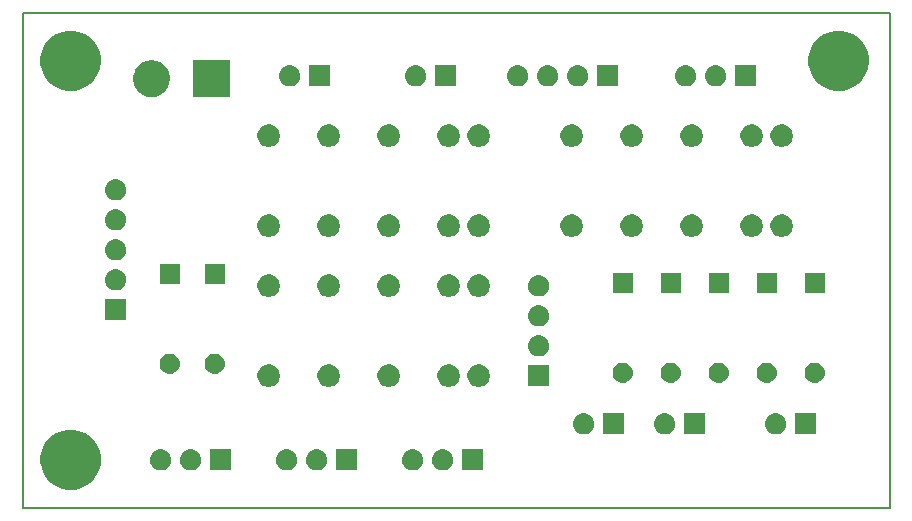
<source format=gts>
G04 #@! TF.GenerationSoftware,KiCad,Pcbnew,5.0.2-bee76a0~70~ubuntu18.04.1*
G04 #@! TF.CreationDate,2020-04-21T14:12:21+02:00*
G04 #@! TF.ProjectId,FeuMontagne,4665754d-6f6e-4746-9167-6e652e6b6963,rev?*
G04 #@! TF.SameCoordinates,Original*
G04 #@! TF.FileFunction,Soldermask,Top*
G04 #@! TF.FilePolarity,Negative*
%FSLAX46Y46*%
G04 Gerber Fmt 4.6, Leading zero omitted, Abs format (unit mm)*
G04 Created by KiCad (PCBNEW 5.0.2-bee76a0~70~ubuntu18.04.1) date mar. 21 avril 2020 14:12:21 CEST*
%MOMM*%
%LPD*%
G01*
G04 APERTURE LIST*
%ADD10C,0.150000*%
G04 APERTURE END LIST*
D10*
X169672000Y-73914000D02*
X96266000Y-73914000D01*
X169672000Y-115824000D02*
X169672000Y-73914000D01*
X96266000Y-115824000D02*
X169672000Y-115824000D01*
X96266000Y-73914000D02*
X96266000Y-115824000D01*
G36*
X101074096Y-109307033D02*
X101074098Y-109307034D01*
X101074099Y-109307034D01*
X101538352Y-109499333D01*
X101954284Y-109777250D01*
X101956171Y-109778511D01*
X102311489Y-110133829D01*
X102311491Y-110133832D01*
X102590667Y-110551648D01*
X102779371Y-111007222D01*
X102782967Y-111015904D01*
X102881000Y-111508747D01*
X102881000Y-112011253D01*
X102862061Y-112106467D01*
X102782966Y-112504099D01*
X102590667Y-112968352D01*
X102312750Y-113384284D01*
X102311489Y-113386171D01*
X101956171Y-113741489D01*
X101956168Y-113741491D01*
X101538352Y-114020667D01*
X101074099Y-114212966D01*
X101074098Y-114212966D01*
X101074096Y-114212967D01*
X100581253Y-114311000D01*
X100078747Y-114311000D01*
X99585904Y-114212967D01*
X99585902Y-114212966D01*
X99585901Y-114212966D01*
X99121648Y-114020667D01*
X98703832Y-113741491D01*
X98703829Y-113741489D01*
X98348511Y-113386171D01*
X98347250Y-113384284D01*
X98069333Y-112968352D01*
X97877034Y-112504099D01*
X97797940Y-112106467D01*
X97779000Y-112011253D01*
X97779000Y-111508747D01*
X97877033Y-111015904D01*
X97880629Y-111007222D01*
X98069333Y-110551648D01*
X98348509Y-110133832D01*
X98348511Y-110133829D01*
X98703829Y-109778511D01*
X98705716Y-109777250D01*
X99121648Y-109499333D01*
X99585901Y-109307034D01*
X99585902Y-109307034D01*
X99585904Y-109307033D01*
X100078747Y-109209000D01*
X100581253Y-109209000D01*
X101074096Y-109307033D01*
X101074096Y-109307033D01*
G37*
G36*
X135267000Y-112661000D02*
X133465000Y-112661000D01*
X133465000Y-110859000D01*
X135267000Y-110859000D01*
X135267000Y-112661000D01*
X135267000Y-112661000D01*
G37*
G36*
X131936442Y-110865518D02*
X132002627Y-110872037D01*
X132115853Y-110906384D01*
X132172467Y-110923557D01*
X132311087Y-110997652D01*
X132328991Y-111007222D01*
X132364729Y-111036552D01*
X132466186Y-111119814D01*
X132549448Y-111221271D01*
X132578778Y-111257009D01*
X132578779Y-111257011D01*
X132662443Y-111413533D01*
X132662443Y-111413534D01*
X132713963Y-111583373D01*
X132731359Y-111760000D01*
X132713963Y-111936627D01*
X132691326Y-112011252D01*
X132662443Y-112106467D01*
X132588348Y-112245087D01*
X132578778Y-112262991D01*
X132549448Y-112298729D01*
X132466186Y-112400186D01*
X132364729Y-112483448D01*
X132328991Y-112512778D01*
X132328989Y-112512779D01*
X132172467Y-112596443D01*
X132115853Y-112613616D01*
X132002627Y-112647963D01*
X131936442Y-112654482D01*
X131870260Y-112661000D01*
X131781740Y-112661000D01*
X131715558Y-112654482D01*
X131649373Y-112647963D01*
X131536147Y-112613616D01*
X131479533Y-112596443D01*
X131323011Y-112512779D01*
X131323009Y-112512778D01*
X131287271Y-112483448D01*
X131185814Y-112400186D01*
X131102552Y-112298729D01*
X131073222Y-112262991D01*
X131063652Y-112245087D01*
X130989557Y-112106467D01*
X130960674Y-112011252D01*
X130938037Y-111936627D01*
X130920641Y-111760000D01*
X130938037Y-111583373D01*
X130989557Y-111413534D01*
X130989557Y-111413533D01*
X131073221Y-111257011D01*
X131073222Y-111257009D01*
X131102552Y-111221271D01*
X131185814Y-111119814D01*
X131287271Y-111036552D01*
X131323009Y-111007222D01*
X131340913Y-110997652D01*
X131479533Y-110923557D01*
X131536147Y-110906384D01*
X131649373Y-110872037D01*
X131715558Y-110865518D01*
X131781740Y-110859000D01*
X131870260Y-110859000D01*
X131936442Y-110865518D01*
X131936442Y-110865518D01*
G37*
G36*
X129396442Y-110865518D02*
X129462627Y-110872037D01*
X129575853Y-110906384D01*
X129632467Y-110923557D01*
X129771087Y-110997652D01*
X129788991Y-111007222D01*
X129824729Y-111036552D01*
X129926186Y-111119814D01*
X130009448Y-111221271D01*
X130038778Y-111257009D01*
X130038779Y-111257011D01*
X130122443Y-111413533D01*
X130122443Y-111413534D01*
X130173963Y-111583373D01*
X130191359Y-111760000D01*
X130173963Y-111936627D01*
X130151326Y-112011252D01*
X130122443Y-112106467D01*
X130048348Y-112245087D01*
X130038778Y-112262991D01*
X130009448Y-112298729D01*
X129926186Y-112400186D01*
X129824729Y-112483448D01*
X129788991Y-112512778D01*
X129788989Y-112512779D01*
X129632467Y-112596443D01*
X129575853Y-112613616D01*
X129462627Y-112647963D01*
X129396442Y-112654482D01*
X129330260Y-112661000D01*
X129241740Y-112661000D01*
X129175558Y-112654482D01*
X129109373Y-112647963D01*
X128996147Y-112613616D01*
X128939533Y-112596443D01*
X128783011Y-112512779D01*
X128783009Y-112512778D01*
X128747271Y-112483448D01*
X128645814Y-112400186D01*
X128562552Y-112298729D01*
X128533222Y-112262991D01*
X128523652Y-112245087D01*
X128449557Y-112106467D01*
X128420674Y-112011252D01*
X128398037Y-111936627D01*
X128380641Y-111760000D01*
X128398037Y-111583373D01*
X128449557Y-111413534D01*
X128449557Y-111413533D01*
X128533221Y-111257011D01*
X128533222Y-111257009D01*
X128562552Y-111221271D01*
X128645814Y-111119814D01*
X128747271Y-111036552D01*
X128783009Y-111007222D01*
X128800913Y-110997652D01*
X128939533Y-110923557D01*
X128996147Y-110906384D01*
X129109373Y-110872037D01*
X129175558Y-110865518D01*
X129241740Y-110859000D01*
X129330260Y-110859000D01*
X129396442Y-110865518D01*
X129396442Y-110865518D01*
G37*
G36*
X118728442Y-110865518D02*
X118794627Y-110872037D01*
X118907853Y-110906384D01*
X118964467Y-110923557D01*
X119103087Y-110997652D01*
X119120991Y-111007222D01*
X119156729Y-111036552D01*
X119258186Y-111119814D01*
X119341448Y-111221271D01*
X119370778Y-111257009D01*
X119370779Y-111257011D01*
X119454443Y-111413533D01*
X119454443Y-111413534D01*
X119505963Y-111583373D01*
X119523359Y-111760000D01*
X119505963Y-111936627D01*
X119483326Y-112011252D01*
X119454443Y-112106467D01*
X119380348Y-112245087D01*
X119370778Y-112262991D01*
X119341448Y-112298729D01*
X119258186Y-112400186D01*
X119156729Y-112483448D01*
X119120991Y-112512778D01*
X119120989Y-112512779D01*
X118964467Y-112596443D01*
X118907853Y-112613616D01*
X118794627Y-112647963D01*
X118728442Y-112654482D01*
X118662260Y-112661000D01*
X118573740Y-112661000D01*
X118507558Y-112654482D01*
X118441373Y-112647963D01*
X118328147Y-112613616D01*
X118271533Y-112596443D01*
X118115011Y-112512779D01*
X118115009Y-112512778D01*
X118079271Y-112483448D01*
X117977814Y-112400186D01*
X117894552Y-112298729D01*
X117865222Y-112262991D01*
X117855652Y-112245087D01*
X117781557Y-112106467D01*
X117752674Y-112011252D01*
X117730037Y-111936627D01*
X117712641Y-111760000D01*
X117730037Y-111583373D01*
X117781557Y-111413534D01*
X117781557Y-111413533D01*
X117865221Y-111257011D01*
X117865222Y-111257009D01*
X117894552Y-111221271D01*
X117977814Y-111119814D01*
X118079271Y-111036552D01*
X118115009Y-111007222D01*
X118132913Y-110997652D01*
X118271533Y-110923557D01*
X118328147Y-110906384D01*
X118441373Y-110872037D01*
X118507558Y-110865518D01*
X118573740Y-110859000D01*
X118662260Y-110859000D01*
X118728442Y-110865518D01*
X118728442Y-110865518D01*
G37*
G36*
X121268442Y-110865518D02*
X121334627Y-110872037D01*
X121447853Y-110906384D01*
X121504467Y-110923557D01*
X121643087Y-110997652D01*
X121660991Y-111007222D01*
X121696729Y-111036552D01*
X121798186Y-111119814D01*
X121881448Y-111221271D01*
X121910778Y-111257009D01*
X121910779Y-111257011D01*
X121994443Y-111413533D01*
X121994443Y-111413534D01*
X122045963Y-111583373D01*
X122063359Y-111760000D01*
X122045963Y-111936627D01*
X122023326Y-112011252D01*
X121994443Y-112106467D01*
X121920348Y-112245087D01*
X121910778Y-112262991D01*
X121881448Y-112298729D01*
X121798186Y-112400186D01*
X121696729Y-112483448D01*
X121660991Y-112512778D01*
X121660989Y-112512779D01*
X121504467Y-112596443D01*
X121447853Y-112613616D01*
X121334627Y-112647963D01*
X121268442Y-112654482D01*
X121202260Y-112661000D01*
X121113740Y-112661000D01*
X121047558Y-112654482D01*
X120981373Y-112647963D01*
X120868147Y-112613616D01*
X120811533Y-112596443D01*
X120655011Y-112512779D01*
X120655009Y-112512778D01*
X120619271Y-112483448D01*
X120517814Y-112400186D01*
X120434552Y-112298729D01*
X120405222Y-112262991D01*
X120395652Y-112245087D01*
X120321557Y-112106467D01*
X120292674Y-112011252D01*
X120270037Y-111936627D01*
X120252641Y-111760000D01*
X120270037Y-111583373D01*
X120321557Y-111413534D01*
X120321557Y-111413533D01*
X120405221Y-111257011D01*
X120405222Y-111257009D01*
X120434552Y-111221271D01*
X120517814Y-111119814D01*
X120619271Y-111036552D01*
X120655009Y-111007222D01*
X120672913Y-110997652D01*
X120811533Y-110923557D01*
X120868147Y-110906384D01*
X120981373Y-110872037D01*
X121047558Y-110865518D01*
X121113740Y-110859000D01*
X121202260Y-110859000D01*
X121268442Y-110865518D01*
X121268442Y-110865518D01*
G37*
G36*
X124599000Y-112661000D02*
X122797000Y-112661000D01*
X122797000Y-110859000D01*
X124599000Y-110859000D01*
X124599000Y-112661000D01*
X124599000Y-112661000D01*
G37*
G36*
X108060442Y-110865518D02*
X108126627Y-110872037D01*
X108239853Y-110906384D01*
X108296467Y-110923557D01*
X108435087Y-110997652D01*
X108452991Y-111007222D01*
X108488729Y-111036552D01*
X108590186Y-111119814D01*
X108673448Y-111221271D01*
X108702778Y-111257009D01*
X108702779Y-111257011D01*
X108786443Y-111413533D01*
X108786443Y-111413534D01*
X108837963Y-111583373D01*
X108855359Y-111760000D01*
X108837963Y-111936627D01*
X108815326Y-112011252D01*
X108786443Y-112106467D01*
X108712348Y-112245087D01*
X108702778Y-112262991D01*
X108673448Y-112298729D01*
X108590186Y-112400186D01*
X108488729Y-112483448D01*
X108452991Y-112512778D01*
X108452989Y-112512779D01*
X108296467Y-112596443D01*
X108239853Y-112613616D01*
X108126627Y-112647963D01*
X108060442Y-112654482D01*
X107994260Y-112661000D01*
X107905740Y-112661000D01*
X107839558Y-112654482D01*
X107773373Y-112647963D01*
X107660147Y-112613616D01*
X107603533Y-112596443D01*
X107447011Y-112512779D01*
X107447009Y-112512778D01*
X107411271Y-112483448D01*
X107309814Y-112400186D01*
X107226552Y-112298729D01*
X107197222Y-112262991D01*
X107187652Y-112245087D01*
X107113557Y-112106467D01*
X107084674Y-112011252D01*
X107062037Y-111936627D01*
X107044641Y-111760000D01*
X107062037Y-111583373D01*
X107113557Y-111413534D01*
X107113557Y-111413533D01*
X107197221Y-111257011D01*
X107197222Y-111257009D01*
X107226552Y-111221271D01*
X107309814Y-111119814D01*
X107411271Y-111036552D01*
X107447009Y-111007222D01*
X107464913Y-110997652D01*
X107603533Y-110923557D01*
X107660147Y-110906384D01*
X107773373Y-110872037D01*
X107839558Y-110865518D01*
X107905740Y-110859000D01*
X107994260Y-110859000D01*
X108060442Y-110865518D01*
X108060442Y-110865518D01*
G37*
G36*
X110600442Y-110865518D02*
X110666627Y-110872037D01*
X110779853Y-110906384D01*
X110836467Y-110923557D01*
X110975087Y-110997652D01*
X110992991Y-111007222D01*
X111028729Y-111036552D01*
X111130186Y-111119814D01*
X111213448Y-111221271D01*
X111242778Y-111257009D01*
X111242779Y-111257011D01*
X111326443Y-111413533D01*
X111326443Y-111413534D01*
X111377963Y-111583373D01*
X111395359Y-111760000D01*
X111377963Y-111936627D01*
X111355326Y-112011252D01*
X111326443Y-112106467D01*
X111252348Y-112245087D01*
X111242778Y-112262991D01*
X111213448Y-112298729D01*
X111130186Y-112400186D01*
X111028729Y-112483448D01*
X110992991Y-112512778D01*
X110992989Y-112512779D01*
X110836467Y-112596443D01*
X110779853Y-112613616D01*
X110666627Y-112647963D01*
X110600442Y-112654482D01*
X110534260Y-112661000D01*
X110445740Y-112661000D01*
X110379558Y-112654482D01*
X110313373Y-112647963D01*
X110200147Y-112613616D01*
X110143533Y-112596443D01*
X109987011Y-112512779D01*
X109987009Y-112512778D01*
X109951271Y-112483448D01*
X109849814Y-112400186D01*
X109766552Y-112298729D01*
X109737222Y-112262991D01*
X109727652Y-112245087D01*
X109653557Y-112106467D01*
X109624674Y-112011252D01*
X109602037Y-111936627D01*
X109584641Y-111760000D01*
X109602037Y-111583373D01*
X109653557Y-111413534D01*
X109653557Y-111413533D01*
X109737221Y-111257011D01*
X109737222Y-111257009D01*
X109766552Y-111221271D01*
X109849814Y-111119814D01*
X109951271Y-111036552D01*
X109987009Y-111007222D01*
X110004913Y-110997652D01*
X110143533Y-110923557D01*
X110200147Y-110906384D01*
X110313373Y-110872037D01*
X110379558Y-110865518D01*
X110445740Y-110859000D01*
X110534260Y-110859000D01*
X110600442Y-110865518D01*
X110600442Y-110865518D01*
G37*
G36*
X113931000Y-112661000D02*
X112129000Y-112661000D01*
X112129000Y-110859000D01*
X113931000Y-110859000D01*
X113931000Y-112661000D01*
X113931000Y-112661000D01*
G37*
G36*
X150732443Y-107817519D02*
X150798627Y-107824037D01*
X150911853Y-107858384D01*
X150968467Y-107875557D01*
X151107087Y-107949652D01*
X151124991Y-107959222D01*
X151160729Y-107988552D01*
X151262186Y-108071814D01*
X151345448Y-108173271D01*
X151374778Y-108209009D01*
X151374779Y-108209011D01*
X151458443Y-108365533D01*
X151458443Y-108365534D01*
X151509963Y-108535373D01*
X151527359Y-108712000D01*
X151509963Y-108888627D01*
X151475616Y-109001853D01*
X151458443Y-109058467D01*
X151384348Y-109197087D01*
X151374778Y-109214991D01*
X151345448Y-109250729D01*
X151262186Y-109352186D01*
X151160729Y-109435448D01*
X151124991Y-109464778D01*
X151124989Y-109464779D01*
X150968467Y-109548443D01*
X150911853Y-109565616D01*
X150798627Y-109599963D01*
X150732442Y-109606482D01*
X150666260Y-109613000D01*
X150577740Y-109613000D01*
X150511558Y-109606482D01*
X150445373Y-109599963D01*
X150332147Y-109565616D01*
X150275533Y-109548443D01*
X150119011Y-109464779D01*
X150119009Y-109464778D01*
X150083271Y-109435448D01*
X149981814Y-109352186D01*
X149898552Y-109250729D01*
X149869222Y-109214991D01*
X149859652Y-109197087D01*
X149785557Y-109058467D01*
X149768384Y-109001853D01*
X149734037Y-108888627D01*
X149716641Y-108712000D01*
X149734037Y-108535373D01*
X149785557Y-108365534D01*
X149785557Y-108365533D01*
X149869221Y-108209011D01*
X149869222Y-108209009D01*
X149898552Y-108173271D01*
X149981814Y-108071814D01*
X150083271Y-107988552D01*
X150119009Y-107959222D01*
X150136913Y-107949652D01*
X150275533Y-107875557D01*
X150332147Y-107858384D01*
X150445373Y-107824037D01*
X150511557Y-107817519D01*
X150577740Y-107811000D01*
X150666260Y-107811000D01*
X150732443Y-107817519D01*
X150732443Y-107817519D01*
G37*
G36*
X163461000Y-109613000D02*
X161659000Y-109613000D01*
X161659000Y-107811000D01*
X163461000Y-107811000D01*
X163461000Y-109613000D01*
X163461000Y-109613000D01*
G37*
G36*
X143874443Y-107817519D02*
X143940627Y-107824037D01*
X144053853Y-107858384D01*
X144110467Y-107875557D01*
X144249087Y-107949652D01*
X144266991Y-107959222D01*
X144302729Y-107988552D01*
X144404186Y-108071814D01*
X144487448Y-108173271D01*
X144516778Y-108209009D01*
X144516779Y-108209011D01*
X144600443Y-108365533D01*
X144600443Y-108365534D01*
X144651963Y-108535373D01*
X144669359Y-108712000D01*
X144651963Y-108888627D01*
X144617616Y-109001853D01*
X144600443Y-109058467D01*
X144526348Y-109197087D01*
X144516778Y-109214991D01*
X144487448Y-109250729D01*
X144404186Y-109352186D01*
X144302729Y-109435448D01*
X144266991Y-109464778D01*
X144266989Y-109464779D01*
X144110467Y-109548443D01*
X144053853Y-109565616D01*
X143940627Y-109599963D01*
X143874442Y-109606482D01*
X143808260Y-109613000D01*
X143719740Y-109613000D01*
X143653558Y-109606482D01*
X143587373Y-109599963D01*
X143474147Y-109565616D01*
X143417533Y-109548443D01*
X143261011Y-109464779D01*
X143261009Y-109464778D01*
X143225271Y-109435448D01*
X143123814Y-109352186D01*
X143040552Y-109250729D01*
X143011222Y-109214991D01*
X143001652Y-109197087D01*
X142927557Y-109058467D01*
X142910384Y-109001853D01*
X142876037Y-108888627D01*
X142858641Y-108712000D01*
X142876037Y-108535373D01*
X142927557Y-108365534D01*
X142927557Y-108365533D01*
X143011221Y-108209011D01*
X143011222Y-108209009D01*
X143040552Y-108173271D01*
X143123814Y-108071814D01*
X143225271Y-107988552D01*
X143261009Y-107959222D01*
X143278913Y-107949652D01*
X143417533Y-107875557D01*
X143474147Y-107858384D01*
X143587373Y-107824037D01*
X143653557Y-107817519D01*
X143719740Y-107811000D01*
X143808260Y-107811000D01*
X143874443Y-107817519D01*
X143874443Y-107817519D01*
G37*
G36*
X147205000Y-109613000D02*
X145403000Y-109613000D01*
X145403000Y-107811000D01*
X147205000Y-107811000D01*
X147205000Y-109613000D01*
X147205000Y-109613000D01*
G37*
G36*
X160130443Y-107817519D02*
X160196627Y-107824037D01*
X160309853Y-107858384D01*
X160366467Y-107875557D01*
X160505087Y-107949652D01*
X160522991Y-107959222D01*
X160558729Y-107988552D01*
X160660186Y-108071814D01*
X160743448Y-108173271D01*
X160772778Y-108209009D01*
X160772779Y-108209011D01*
X160856443Y-108365533D01*
X160856443Y-108365534D01*
X160907963Y-108535373D01*
X160925359Y-108712000D01*
X160907963Y-108888627D01*
X160873616Y-109001853D01*
X160856443Y-109058467D01*
X160782348Y-109197087D01*
X160772778Y-109214991D01*
X160743448Y-109250729D01*
X160660186Y-109352186D01*
X160558729Y-109435448D01*
X160522991Y-109464778D01*
X160522989Y-109464779D01*
X160366467Y-109548443D01*
X160309853Y-109565616D01*
X160196627Y-109599963D01*
X160130442Y-109606482D01*
X160064260Y-109613000D01*
X159975740Y-109613000D01*
X159909558Y-109606482D01*
X159843373Y-109599963D01*
X159730147Y-109565616D01*
X159673533Y-109548443D01*
X159517011Y-109464779D01*
X159517009Y-109464778D01*
X159481271Y-109435448D01*
X159379814Y-109352186D01*
X159296552Y-109250729D01*
X159267222Y-109214991D01*
X159257652Y-109197087D01*
X159183557Y-109058467D01*
X159166384Y-109001853D01*
X159132037Y-108888627D01*
X159114641Y-108712000D01*
X159132037Y-108535373D01*
X159183557Y-108365534D01*
X159183557Y-108365533D01*
X159267221Y-108209011D01*
X159267222Y-108209009D01*
X159296552Y-108173271D01*
X159379814Y-108071814D01*
X159481271Y-107988552D01*
X159517009Y-107959222D01*
X159534913Y-107949652D01*
X159673533Y-107875557D01*
X159730147Y-107858384D01*
X159843373Y-107824037D01*
X159909557Y-107817519D01*
X159975740Y-107811000D01*
X160064260Y-107811000D01*
X160130443Y-107817519D01*
X160130443Y-107817519D01*
G37*
G36*
X154063000Y-109613000D02*
X152261000Y-109613000D01*
X152261000Y-107811000D01*
X154063000Y-107811000D01*
X154063000Y-109613000D01*
X154063000Y-109613000D01*
G37*
G36*
X117371396Y-103733546D02*
X117544466Y-103805234D01*
X117700230Y-103909312D01*
X117832688Y-104041770D01*
X117936766Y-104197534D01*
X118008454Y-104370604D01*
X118045000Y-104554333D01*
X118045000Y-104741667D01*
X118008454Y-104925396D01*
X117936766Y-105098466D01*
X117832688Y-105254230D01*
X117700230Y-105386688D01*
X117544466Y-105490766D01*
X117371396Y-105562454D01*
X117187667Y-105599000D01*
X117000333Y-105599000D01*
X116816604Y-105562454D01*
X116643534Y-105490766D01*
X116487770Y-105386688D01*
X116355312Y-105254230D01*
X116251234Y-105098466D01*
X116179546Y-104925396D01*
X116143000Y-104741667D01*
X116143000Y-104554333D01*
X116179546Y-104370604D01*
X116251234Y-104197534D01*
X116355312Y-104041770D01*
X116487770Y-103909312D01*
X116643534Y-103805234D01*
X116816604Y-103733546D01*
X117000333Y-103697000D01*
X117187667Y-103697000D01*
X117371396Y-103733546D01*
X117371396Y-103733546D01*
G37*
G36*
X122451396Y-103733546D02*
X122624466Y-103805234D01*
X122780230Y-103909312D01*
X122912688Y-104041770D01*
X123016766Y-104197534D01*
X123088454Y-104370604D01*
X123125000Y-104554333D01*
X123125000Y-104741667D01*
X123088454Y-104925396D01*
X123016766Y-105098466D01*
X122912688Y-105254230D01*
X122780230Y-105386688D01*
X122624466Y-105490766D01*
X122451396Y-105562454D01*
X122267667Y-105599000D01*
X122080333Y-105599000D01*
X121896604Y-105562454D01*
X121723534Y-105490766D01*
X121567770Y-105386688D01*
X121435312Y-105254230D01*
X121331234Y-105098466D01*
X121259546Y-104925396D01*
X121223000Y-104741667D01*
X121223000Y-104554333D01*
X121259546Y-104370604D01*
X121331234Y-104197534D01*
X121435312Y-104041770D01*
X121567770Y-103909312D01*
X121723534Y-103805234D01*
X121896604Y-103733546D01*
X122080333Y-103697000D01*
X122267667Y-103697000D01*
X122451396Y-103733546D01*
X122451396Y-103733546D01*
G37*
G36*
X135151396Y-103733546D02*
X135324466Y-103805234D01*
X135480230Y-103909312D01*
X135612688Y-104041770D01*
X135716766Y-104197534D01*
X135788454Y-104370604D01*
X135825000Y-104554333D01*
X135825000Y-104741667D01*
X135788454Y-104925396D01*
X135716766Y-105098466D01*
X135612688Y-105254230D01*
X135480230Y-105386688D01*
X135324466Y-105490766D01*
X135151396Y-105562454D01*
X134967667Y-105599000D01*
X134780333Y-105599000D01*
X134596604Y-105562454D01*
X134423534Y-105490766D01*
X134267770Y-105386688D01*
X134135312Y-105254230D01*
X134031234Y-105098466D01*
X133959546Y-104925396D01*
X133923000Y-104741667D01*
X133923000Y-104554333D01*
X133959546Y-104370604D01*
X134031234Y-104197534D01*
X134135312Y-104041770D01*
X134267770Y-103909312D01*
X134423534Y-103805234D01*
X134596604Y-103733546D01*
X134780333Y-103697000D01*
X134967667Y-103697000D01*
X135151396Y-103733546D01*
X135151396Y-103733546D01*
G37*
G36*
X132611396Y-103733546D02*
X132784466Y-103805234D01*
X132940230Y-103909312D01*
X133072688Y-104041770D01*
X133176766Y-104197534D01*
X133248454Y-104370604D01*
X133285000Y-104554333D01*
X133285000Y-104741667D01*
X133248454Y-104925396D01*
X133176766Y-105098466D01*
X133072688Y-105254230D01*
X132940230Y-105386688D01*
X132784466Y-105490766D01*
X132611396Y-105562454D01*
X132427667Y-105599000D01*
X132240333Y-105599000D01*
X132056604Y-105562454D01*
X131883534Y-105490766D01*
X131727770Y-105386688D01*
X131595312Y-105254230D01*
X131491234Y-105098466D01*
X131419546Y-104925396D01*
X131383000Y-104741667D01*
X131383000Y-104554333D01*
X131419546Y-104370604D01*
X131491234Y-104197534D01*
X131595312Y-104041770D01*
X131727770Y-103909312D01*
X131883534Y-103805234D01*
X132056604Y-103733546D01*
X132240333Y-103697000D01*
X132427667Y-103697000D01*
X132611396Y-103733546D01*
X132611396Y-103733546D01*
G37*
G36*
X127531396Y-103733546D02*
X127704466Y-103805234D01*
X127860230Y-103909312D01*
X127992688Y-104041770D01*
X128096766Y-104197534D01*
X128168454Y-104370604D01*
X128205000Y-104554333D01*
X128205000Y-104741667D01*
X128168454Y-104925396D01*
X128096766Y-105098466D01*
X127992688Y-105254230D01*
X127860230Y-105386688D01*
X127704466Y-105490766D01*
X127531396Y-105562454D01*
X127347667Y-105599000D01*
X127160333Y-105599000D01*
X126976604Y-105562454D01*
X126803534Y-105490766D01*
X126647770Y-105386688D01*
X126515312Y-105254230D01*
X126411234Y-105098466D01*
X126339546Y-104925396D01*
X126303000Y-104741667D01*
X126303000Y-104554333D01*
X126339546Y-104370604D01*
X126411234Y-104197534D01*
X126515312Y-104041770D01*
X126647770Y-103909312D01*
X126803534Y-103805234D01*
X126976604Y-103733546D01*
X127160333Y-103697000D01*
X127347667Y-103697000D01*
X127531396Y-103733546D01*
X127531396Y-103733546D01*
G37*
G36*
X140855000Y-105549000D02*
X139053000Y-105549000D01*
X139053000Y-103747000D01*
X140855000Y-103747000D01*
X140855000Y-105549000D01*
X140855000Y-105549000D01*
G37*
G36*
X151296821Y-103555313D02*
X151296824Y-103555314D01*
X151296825Y-103555314D01*
X151457239Y-103603975D01*
X151457241Y-103603976D01*
X151457244Y-103603977D01*
X151605078Y-103682995D01*
X151734659Y-103789341D01*
X151841005Y-103918922D01*
X151920023Y-104066756D01*
X151920024Y-104066759D01*
X151920025Y-104066761D01*
X151968686Y-104227175D01*
X151968687Y-104227179D01*
X151985117Y-104394000D01*
X151968687Y-104560821D01*
X151920023Y-104721244D01*
X151841005Y-104869078D01*
X151734659Y-104998659D01*
X151605078Y-105105005D01*
X151457244Y-105184023D01*
X151457241Y-105184024D01*
X151457239Y-105184025D01*
X151296825Y-105232686D01*
X151296824Y-105232686D01*
X151296821Y-105232687D01*
X151171804Y-105245000D01*
X151088196Y-105245000D01*
X150963179Y-105232687D01*
X150963176Y-105232686D01*
X150963175Y-105232686D01*
X150802761Y-105184025D01*
X150802759Y-105184024D01*
X150802756Y-105184023D01*
X150654922Y-105105005D01*
X150525341Y-104998659D01*
X150418995Y-104869078D01*
X150339977Y-104721244D01*
X150291313Y-104560821D01*
X150274883Y-104394000D01*
X150291313Y-104227179D01*
X150291314Y-104227175D01*
X150339975Y-104066761D01*
X150339976Y-104066759D01*
X150339977Y-104066756D01*
X150418995Y-103918922D01*
X150525341Y-103789341D01*
X150654922Y-103682995D01*
X150802756Y-103603977D01*
X150802759Y-103603976D01*
X150802761Y-103603975D01*
X150963175Y-103555314D01*
X150963176Y-103555314D01*
X150963179Y-103555313D01*
X151088196Y-103543000D01*
X151171804Y-103543000D01*
X151296821Y-103555313D01*
X151296821Y-103555313D01*
G37*
G36*
X147232821Y-103555313D02*
X147232824Y-103555314D01*
X147232825Y-103555314D01*
X147393239Y-103603975D01*
X147393241Y-103603976D01*
X147393244Y-103603977D01*
X147541078Y-103682995D01*
X147670659Y-103789341D01*
X147777005Y-103918922D01*
X147856023Y-104066756D01*
X147856024Y-104066759D01*
X147856025Y-104066761D01*
X147904686Y-104227175D01*
X147904687Y-104227179D01*
X147921117Y-104394000D01*
X147904687Y-104560821D01*
X147856023Y-104721244D01*
X147777005Y-104869078D01*
X147670659Y-104998659D01*
X147541078Y-105105005D01*
X147393244Y-105184023D01*
X147393241Y-105184024D01*
X147393239Y-105184025D01*
X147232825Y-105232686D01*
X147232824Y-105232686D01*
X147232821Y-105232687D01*
X147107804Y-105245000D01*
X147024196Y-105245000D01*
X146899179Y-105232687D01*
X146899176Y-105232686D01*
X146899175Y-105232686D01*
X146738761Y-105184025D01*
X146738759Y-105184024D01*
X146738756Y-105184023D01*
X146590922Y-105105005D01*
X146461341Y-104998659D01*
X146354995Y-104869078D01*
X146275977Y-104721244D01*
X146227313Y-104560821D01*
X146210883Y-104394000D01*
X146227313Y-104227179D01*
X146227314Y-104227175D01*
X146275975Y-104066761D01*
X146275976Y-104066759D01*
X146275977Y-104066756D01*
X146354995Y-103918922D01*
X146461341Y-103789341D01*
X146590922Y-103682995D01*
X146738756Y-103603977D01*
X146738759Y-103603976D01*
X146738761Y-103603975D01*
X146899175Y-103555314D01*
X146899176Y-103555314D01*
X146899179Y-103555313D01*
X147024196Y-103543000D01*
X147107804Y-103543000D01*
X147232821Y-103555313D01*
X147232821Y-103555313D01*
G37*
G36*
X155360821Y-103555313D02*
X155360824Y-103555314D01*
X155360825Y-103555314D01*
X155521239Y-103603975D01*
X155521241Y-103603976D01*
X155521244Y-103603977D01*
X155669078Y-103682995D01*
X155798659Y-103789341D01*
X155905005Y-103918922D01*
X155984023Y-104066756D01*
X155984024Y-104066759D01*
X155984025Y-104066761D01*
X156032686Y-104227175D01*
X156032687Y-104227179D01*
X156049117Y-104394000D01*
X156032687Y-104560821D01*
X155984023Y-104721244D01*
X155905005Y-104869078D01*
X155798659Y-104998659D01*
X155669078Y-105105005D01*
X155521244Y-105184023D01*
X155521241Y-105184024D01*
X155521239Y-105184025D01*
X155360825Y-105232686D01*
X155360824Y-105232686D01*
X155360821Y-105232687D01*
X155235804Y-105245000D01*
X155152196Y-105245000D01*
X155027179Y-105232687D01*
X155027176Y-105232686D01*
X155027175Y-105232686D01*
X154866761Y-105184025D01*
X154866759Y-105184024D01*
X154866756Y-105184023D01*
X154718922Y-105105005D01*
X154589341Y-104998659D01*
X154482995Y-104869078D01*
X154403977Y-104721244D01*
X154355313Y-104560821D01*
X154338883Y-104394000D01*
X154355313Y-104227179D01*
X154355314Y-104227175D01*
X154403975Y-104066761D01*
X154403976Y-104066759D01*
X154403977Y-104066756D01*
X154482995Y-103918922D01*
X154589341Y-103789341D01*
X154718922Y-103682995D01*
X154866756Y-103603977D01*
X154866759Y-103603976D01*
X154866761Y-103603975D01*
X155027175Y-103555314D01*
X155027176Y-103555314D01*
X155027179Y-103555313D01*
X155152196Y-103543000D01*
X155235804Y-103543000D01*
X155360821Y-103555313D01*
X155360821Y-103555313D01*
G37*
G36*
X159424821Y-103555313D02*
X159424824Y-103555314D01*
X159424825Y-103555314D01*
X159585239Y-103603975D01*
X159585241Y-103603976D01*
X159585244Y-103603977D01*
X159733078Y-103682995D01*
X159862659Y-103789341D01*
X159969005Y-103918922D01*
X160048023Y-104066756D01*
X160048024Y-104066759D01*
X160048025Y-104066761D01*
X160096686Y-104227175D01*
X160096687Y-104227179D01*
X160113117Y-104394000D01*
X160096687Y-104560821D01*
X160048023Y-104721244D01*
X159969005Y-104869078D01*
X159862659Y-104998659D01*
X159733078Y-105105005D01*
X159585244Y-105184023D01*
X159585241Y-105184024D01*
X159585239Y-105184025D01*
X159424825Y-105232686D01*
X159424824Y-105232686D01*
X159424821Y-105232687D01*
X159299804Y-105245000D01*
X159216196Y-105245000D01*
X159091179Y-105232687D01*
X159091176Y-105232686D01*
X159091175Y-105232686D01*
X158930761Y-105184025D01*
X158930759Y-105184024D01*
X158930756Y-105184023D01*
X158782922Y-105105005D01*
X158653341Y-104998659D01*
X158546995Y-104869078D01*
X158467977Y-104721244D01*
X158419313Y-104560821D01*
X158402883Y-104394000D01*
X158419313Y-104227179D01*
X158419314Y-104227175D01*
X158467975Y-104066761D01*
X158467976Y-104066759D01*
X158467977Y-104066756D01*
X158546995Y-103918922D01*
X158653341Y-103789341D01*
X158782922Y-103682995D01*
X158930756Y-103603977D01*
X158930759Y-103603976D01*
X158930761Y-103603975D01*
X159091175Y-103555314D01*
X159091176Y-103555314D01*
X159091179Y-103555313D01*
X159216196Y-103543000D01*
X159299804Y-103543000D01*
X159424821Y-103555313D01*
X159424821Y-103555313D01*
G37*
G36*
X163488821Y-103555313D02*
X163488824Y-103555314D01*
X163488825Y-103555314D01*
X163649239Y-103603975D01*
X163649241Y-103603976D01*
X163649244Y-103603977D01*
X163797078Y-103682995D01*
X163926659Y-103789341D01*
X164033005Y-103918922D01*
X164112023Y-104066756D01*
X164112024Y-104066759D01*
X164112025Y-104066761D01*
X164160686Y-104227175D01*
X164160687Y-104227179D01*
X164177117Y-104394000D01*
X164160687Y-104560821D01*
X164112023Y-104721244D01*
X164033005Y-104869078D01*
X163926659Y-104998659D01*
X163797078Y-105105005D01*
X163649244Y-105184023D01*
X163649241Y-105184024D01*
X163649239Y-105184025D01*
X163488825Y-105232686D01*
X163488824Y-105232686D01*
X163488821Y-105232687D01*
X163363804Y-105245000D01*
X163280196Y-105245000D01*
X163155179Y-105232687D01*
X163155176Y-105232686D01*
X163155175Y-105232686D01*
X162994761Y-105184025D01*
X162994759Y-105184024D01*
X162994756Y-105184023D01*
X162846922Y-105105005D01*
X162717341Y-104998659D01*
X162610995Y-104869078D01*
X162531977Y-104721244D01*
X162483313Y-104560821D01*
X162466883Y-104394000D01*
X162483313Y-104227179D01*
X162483314Y-104227175D01*
X162531975Y-104066761D01*
X162531976Y-104066759D01*
X162531977Y-104066756D01*
X162610995Y-103918922D01*
X162717341Y-103789341D01*
X162846922Y-103682995D01*
X162994756Y-103603977D01*
X162994759Y-103603976D01*
X162994761Y-103603975D01*
X163155175Y-103555314D01*
X163155176Y-103555314D01*
X163155179Y-103555313D01*
X163280196Y-103543000D01*
X163363804Y-103543000D01*
X163488821Y-103555313D01*
X163488821Y-103555313D01*
G37*
G36*
X112688821Y-102793313D02*
X112688824Y-102793314D01*
X112688825Y-102793314D01*
X112849239Y-102841975D01*
X112849241Y-102841976D01*
X112849244Y-102841977D01*
X112997078Y-102920995D01*
X113126659Y-103027341D01*
X113233005Y-103156922D01*
X113312023Y-103304756D01*
X113360687Y-103465179D01*
X113377117Y-103632000D01*
X113360687Y-103798821D01*
X113360686Y-103798824D01*
X113360686Y-103798825D01*
X113327171Y-103909310D01*
X113312023Y-103959244D01*
X113233005Y-104107078D01*
X113126659Y-104236659D01*
X112997078Y-104343005D01*
X112849244Y-104422023D01*
X112849241Y-104422024D01*
X112849239Y-104422025D01*
X112688825Y-104470686D01*
X112688824Y-104470686D01*
X112688821Y-104470687D01*
X112563804Y-104483000D01*
X112480196Y-104483000D01*
X112355179Y-104470687D01*
X112355176Y-104470686D01*
X112355175Y-104470686D01*
X112194761Y-104422025D01*
X112194759Y-104422024D01*
X112194756Y-104422023D01*
X112046922Y-104343005D01*
X111917341Y-104236659D01*
X111810995Y-104107078D01*
X111731977Y-103959244D01*
X111716830Y-103909310D01*
X111683314Y-103798825D01*
X111683314Y-103798824D01*
X111683313Y-103798821D01*
X111666883Y-103632000D01*
X111683313Y-103465179D01*
X111731977Y-103304756D01*
X111810995Y-103156922D01*
X111917341Y-103027341D01*
X112046922Y-102920995D01*
X112194756Y-102841977D01*
X112194759Y-102841976D01*
X112194761Y-102841975D01*
X112355175Y-102793314D01*
X112355176Y-102793314D01*
X112355179Y-102793313D01*
X112480196Y-102781000D01*
X112563804Y-102781000D01*
X112688821Y-102793313D01*
X112688821Y-102793313D01*
G37*
G36*
X108878821Y-102793313D02*
X108878824Y-102793314D01*
X108878825Y-102793314D01*
X109039239Y-102841975D01*
X109039241Y-102841976D01*
X109039244Y-102841977D01*
X109187078Y-102920995D01*
X109316659Y-103027341D01*
X109423005Y-103156922D01*
X109502023Y-103304756D01*
X109550687Y-103465179D01*
X109567117Y-103632000D01*
X109550687Y-103798821D01*
X109550686Y-103798824D01*
X109550686Y-103798825D01*
X109517171Y-103909310D01*
X109502023Y-103959244D01*
X109423005Y-104107078D01*
X109316659Y-104236659D01*
X109187078Y-104343005D01*
X109039244Y-104422023D01*
X109039241Y-104422024D01*
X109039239Y-104422025D01*
X108878825Y-104470686D01*
X108878824Y-104470686D01*
X108878821Y-104470687D01*
X108753804Y-104483000D01*
X108670196Y-104483000D01*
X108545179Y-104470687D01*
X108545176Y-104470686D01*
X108545175Y-104470686D01*
X108384761Y-104422025D01*
X108384759Y-104422024D01*
X108384756Y-104422023D01*
X108236922Y-104343005D01*
X108107341Y-104236659D01*
X108000995Y-104107078D01*
X107921977Y-103959244D01*
X107906830Y-103909310D01*
X107873314Y-103798825D01*
X107873314Y-103798824D01*
X107873313Y-103798821D01*
X107856883Y-103632000D01*
X107873313Y-103465179D01*
X107921977Y-103304756D01*
X108000995Y-103156922D01*
X108107341Y-103027341D01*
X108236922Y-102920995D01*
X108384756Y-102841977D01*
X108384759Y-102841976D01*
X108384761Y-102841975D01*
X108545175Y-102793314D01*
X108545176Y-102793314D01*
X108545179Y-102793313D01*
X108670196Y-102781000D01*
X108753804Y-102781000D01*
X108878821Y-102793313D01*
X108878821Y-102793313D01*
G37*
G36*
X140064442Y-101213518D02*
X140130627Y-101220037D01*
X140243853Y-101254384D01*
X140300467Y-101271557D01*
X140439087Y-101345652D01*
X140456991Y-101355222D01*
X140492729Y-101384552D01*
X140594186Y-101467814D01*
X140677448Y-101569271D01*
X140706778Y-101605009D01*
X140706779Y-101605011D01*
X140790443Y-101761533D01*
X140790443Y-101761534D01*
X140841963Y-101931373D01*
X140859359Y-102108000D01*
X140841963Y-102284627D01*
X140807616Y-102397853D01*
X140790443Y-102454467D01*
X140716348Y-102593087D01*
X140706778Y-102610991D01*
X140677448Y-102646729D01*
X140594186Y-102748186D01*
X140492729Y-102831448D01*
X140456991Y-102860778D01*
X140456989Y-102860779D01*
X140300467Y-102944443D01*
X140243853Y-102961616D01*
X140130627Y-102995963D01*
X140064443Y-103002481D01*
X139998260Y-103009000D01*
X139909740Y-103009000D01*
X139843558Y-103002482D01*
X139777373Y-102995963D01*
X139664147Y-102961616D01*
X139607533Y-102944443D01*
X139451011Y-102860779D01*
X139451009Y-102860778D01*
X139415271Y-102831448D01*
X139313814Y-102748186D01*
X139230552Y-102646729D01*
X139201222Y-102610991D01*
X139191652Y-102593087D01*
X139117557Y-102454467D01*
X139100384Y-102397853D01*
X139066037Y-102284627D01*
X139048641Y-102108000D01*
X139066037Y-101931373D01*
X139117557Y-101761534D01*
X139117557Y-101761533D01*
X139201221Y-101605011D01*
X139201222Y-101605009D01*
X139230552Y-101569271D01*
X139313814Y-101467814D01*
X139415271Y-101384552D01*
X139451009Y-101355222D01*
X139468913Y-101345652D01*
X139607533Y-101271557D01*
X139664147Y-101254384D01*
X139777373Y-101220037D01*
X139843557Y-101213519D01*
X139909740Y-101207000D01*
X139998260Y-101207000D01*
X140064442Y-101213518D01*
X140064442Y-101213518D01*
G37*
G36*
X140064442Y-98673518D02*
X140130627Y-98680037D01*
X140243853Y-98714384D01*
X140300467Y-98731557D01*
X140439087Y-98805652D01*
X140456991Y-98815222D01*
X140492729Y-98844552D01*
X140594186Y-98927814D01*
X140677448Y-99029271D01*
X140706778Y-99065009D01*
X140706779Y-99065011D01*
X140790443Y-99221533D01*
X140790443Y-99221534D01*
X140841963Y-99391373D01*
X140859359Y-99568000D01*
X140841963Y-99744627D01*
X140807616Y-99857853D01*
X140790443Y-99914467D01*
X140765570Y-99961000D01*
X140706778Y-100070991D01*
X140677448Y-100106729D01*
X140594186Y-100208186D01*
X140492729Y-100291448D01*
X140456991Y-100320778D01*
X140456989Y-100320779D01*
X140300467Y-100404443D01*
X140243853Y-100421616D01*
X140130627Y-100455963D01*
X140064442Y-100462482D01*
X139998260Y-100469000D01*
X139909740Y-100469000D01*
X139843557Y-100462481D01*
X139777373Y-100455963D01*
X139664147Y-100421616D01*
X139607533Y-100404443D01*
X139451011Y-100320779D01*
X139451009Y-100320778D01*
X139415271Y-100291448D01*
X139313814Y-100208186D01*
X139230552Y-100106729D01*
X139201222Y-100070991D01*
X139142430Y-99961000D01*
X139117557Y-99914467D01*
X139100384Y-99857853D01*
X139066037Y-99744627D01*
X139048641Y-99568000D01*
X139066037Y-99391373D01*
X139117557Y-99221534D01*
X139117557Y-99221533D01*
X139201221Y-99065011D01*
X139201222Y-99065009D01*
X139230552Y-99029271D01*
X139313814Y-98927814D01*
X139415271Y-98844552D01*
X139451009Y-98815222D01*
X139468913Y-98805652D01*
X139607533Y-98731557D01*
X139664147Y-98714384D01*
X139777373Y-98680037D01*
X139843558Y-98673518D01*
X139909740Y-98667000D01*
X139998260Y-98667000D01*
X140064442Y-98673518D01*
X140064442Y-98673518D01*
G37*
G36*
X105041000Y-99961000D02*
X103239000Y-99961000D01*
X103239000Y-98159000D01*
X105041000Y-98159000D01*
X105041000Y-99961000D01*
X105041000Y-99961000D01*
G37*
G36*
X117371396Y-96113546D02*
X117544466Y-96185234D01*
X117700230Y-96289312D01*
X117832688Y-96421770D01*
X117936766Y-96577534D01*
X118008454Y-96750604D01*
X118045000Y-96934333D01*
X118045000Y-97121667D01*
X118008454Y-97305396D01*
X117936766Y-97478466D01*
X117832688Y-97634230D01*
X117700230Y-97766688D01*
X117544466Y-97870766D01*
X117371396Y-97942454D01*
X117187667Y-97979000D01*
X117000333Y-97979000D01*
X116816604Y-97942454D01*
X116643534Y-97870766D01*
X116487770Y-97766688D01*
X116355312Y-97634230D01*
X116251234Y-97478466D01*
X116179546Y-97305396D01*
X116143000Y-97121667D01*
X116143000Y-96934333D01*
X116179546Y-96750604D01*
X116251234Y-96577534D01*
X116355312Y-96421770D01*
X116487770Y-96289312D01*
X116643534Y-96185234D01*
X116816604Y-96113546D01*
X117000333Y-96077000D01*
X117187667Y-96077000D01*
X117371396Y-96113546D01*
X117371396Y-96113546D01*
G37*
G36*
X135151396Y-96113546D02*
X135324466Y-96185234D01*
X135480230Y-96289312D01*
X135612688Y-96421770D01*
X135716766Y-96577534D01*
X135788454Y-96750604D01*
X135825000Y-96934333D01*
X135825000Y-97121667D01*
X135788454Y-97305396D01*
X135716766Y-97478466D01*
X135612688Y-97634230D01*
X135480230Y-97766688D01*
X135324466Y-97870766D01*
X135151396Y-97942454D01*
X134967667Y-97979000D01*
X134780333Y-97979000D01*
X134596604Y-97942454D01*
X134423534Y-97870766D01*
X134267770Y-97766688D01*
X134135312Y-97634230D01*
X134031234Y-97478466D01*
X133959546Y-97305396D01*
X133923000Y-97121667D01*
X133923000Y-96934333D01*
X133959546Y-96750604D01*
X134031234Y-96577534D01*
X134135312Y-96421770D01*
X134267770Y-96289312D01*
X134423534Y-96185234D01*
X134596604Y-96113546D01*
X134780333Y-96077000D01*
X134967667Y-96077000D01*
X135151396Y-96113546D01*
X135151396Y-96113546D01*
G37*
G36*
X122451396Y-96113546D02*
X122624466Y-96185234D01*
X122780230Y-96289312D01*
X122912688Y-96421770D01*
X123016766Y-96577534D01*
X123088454Y-96750604D01*
X123125000Y-96934333D01*
X123125000Y-97121667D01*
X123088454Y-97305396D01*
X123016766Y-97478466D01*
X122912688Y-97634230D01*
X122780230Y-97766688D01*
X122624466Y-97870766D01*
X122451396Y-97942454D01*
X122267667Y-97979000D01*
X122080333Y-97979000D01*
X121896604Y-97942454D01*
X121723534Y-97870766D01*
X121567770Y-97766688D01*
X121435312Y-97634230D01*
X121331234Y-97478466D01*
X121259546Y-97305396D01*
X121223000Y-97121667D01*
X121223000Y-96934333D01*
X121259546Y-96750604D01*
X121331234Y-96577534D01*
X121435312Y-96421770D01*
X121567770Y-96289312D01*
X121723534Y-96185234D01*
X121896604Y-96113546D01*
X122080333Y-96077000D01*
X122267667Y-96077000D01*
X122451396Y-96113546D01*
X122451396Y-96113546D01*
G37*
G36*
X127531396Y-96113546D02*
X127704466Y-96185234D01*
X127860230Y-96289312D01*
X127992688Y-96421770D01*
X128096766Y-96577534D01*
X128168454Y-96750604D01*
X128205000Y-96934333D01*
X128205000Y-97121667D01*
X128168454Y-97305396D01*
X128096766Y-97478466D01*
X127992688Y-97634230D01*
X127860230Y-97766688D01*
X127704466Y-97870766D01*
X127531396Y-97942454D01*
X127347667Y-97979000D01*
X127160333Y-97979000D01*
X126976604Y-97942454D01*
X126803534Y-97870766D01*
X126647770Y-97766688D01*
X126515312Y-97634230D01*
X126411234Y-97478466D01*
X126339546Y-97305396D01*
X126303000Y-97121667D01*
X126303000Y-96934333D01*
X126339546Y-96750604D01*
X126411234Y-96577534D01*
X126515312Y-96421770D01*
X126647770Y-96289312D01*
X126803534Y-96185234D01*
X126976604Y-96113546D01*
X127160333Y-96077000D01*
X127347667Y-96077000D01*
X127531396Y-96113546D01*
X127531396Y-96113546D01*
G37*
G36*
X132611396Y-96113546D02*
X132784466Y-96185234D01*
X132940230Y-96289312D01*
X133072688Y-96421770D01*
X133176766Y-96577534D01*
X133248454Y-96750604D01*
X133285000Y-96934333D01*
X133285000Y-97121667D01*
X133248454Y-97305396D01*
X133176766Y-97478466D01*
X133072688Y-97634230D01*
X132940230Y-97766688D01*
X132784466Y-97870766D01*
X132611396Y-97942454D01*
X132427667Y-97979000D01*
X132240333Y-97979000D01*
X132056604Y-97942454D01*
X131883534Y-97870766D01*
X131727770Y-97766688D01*
X131595312Y-97634230D01*
X131491234Y-97478466D01*
X131419546Y-97305396D01*
X131383000Y-97121667D01*
X131383000Y-96934333D01*
X131419546Y-96750604D01*
X131491234Y-96577534D01*
X131595312Y-96421770D01*
X131727770Y-96289312D01*
X131883534Y-96185234D01*
X132056604Y-96113546D01*
X132240333Y-96077000D01*
X132427667Y-96077000D01*
X132611396Y-96113546D01*
X132611396Y-96113546D01*
G37*
G36*
X140064443Y-96133519D02*
X140130627Y-96140037D01*
X140241049Y-96173533D01*
X140300467Y-96191557D01*
X140439087Y-96265652D01*
X140456991Y-96275222D01*
X140492729Y-96304552D01*
X140594186Y-96387814D01*
X140677448Y-96489271D01*
X140706778Y-96525009D01*
X140706779Y-96525011D01*
X140790443Y-96681533D01*
X140807616Y-96738147D01*
X140841963Y-96851373D01*
X140859359Y-97028000D01*
X140841963Y-97204627D01*
X140821289Y-97272779D01*
X140790443Y-97374467D01*
X140734853Y-97478467D01*
X140706778Y-97530991D01*
X140677448Y-97566729D01*
X140594186Y-97668186D01*
X140492729Y-97751448D01*
X140456991Y-97780778D01*
X140456989Y-97780779D01*
X140300467Y-97864443D01*
X140279622Y-97870766D01*
X140130627Y-97915963D01*
X140064442Y-97922482D01*
X139998260Y-97929000D01*
X139909740Y-97929000D01*
X139843558Y-97922482D01*
X139777373Y-97915963D01*
X139628378Y-97870766D01*
X139607533Y-97864443D01*
X139451011Y-97780779D01*
X139451009Y-97780778D01*
X139415271Y-97751448D01*
X139313814Y-97668186D01*
X139230552Y-97566729D01*
X139201222Y-97530991D01*
X139173147Y-97478467D01*
X139117557Y-97374467D01*
X139086711Y-97272779D01*
X139066037Y-97204627D01*
X139048641Y-97028000D01*
X139066037Y-96851373D01*
X139100384Y-96738147D01*
X139117557Y-96681533D01*
X139201221Y-96525011D01*
X139201222Y-96525009D01*
X139230552Y-96489271D01*
X139313814Y-96387814D01*
X139415271Y-96304552D01*
X139451009Y-96275222D01*
X139468913Y-96265652D01*
X139607533Y-96191557D01*
X139666951Y-96173533D01*
X139777373Y-96140037D01*
X139843557Y-96133519D01*
X139909740Y-96127000D01*
X139998260Y-96127000D01*
X140064443Y-96133519D01*
X140064443Y-96133519D01*
G37*
G36*
X160109000Y-97625000D02*
X158407000Y-97625000D01*
X158407000Y-95923000D01*
X160109000Y-95923000D01*
X160109000Y-97625000D01*
X160109000Y-97625000D01*
G37*
G36*
X164173000Y-97625000D02*
X162471000Y-97625000D01*
X162471000Y-95923000D01*
X164173000Y-95923000D01*
X164173000Y-97625000D01*
X164173000Y-97625000D01*
G37*
G36*
X147917000Y-97625000D02*
X146215000Y-97625000D01*
X146215000Y-95923000D01*
X147917000Y-95923000D01*
X147917000Y-97625000D01*
X147917000Y-97625000D01*
G37*
G36*
X151981000Y-97625000D02*
X150279000Y-97625000D01*
X150279000Y-95923000D01*
X151981000Y-95923000D01*
X151981000Y-97625000D01*
X151981000Y-97625000D01*
G37*
G36*
X156045000Y-97625000D02*
X154343000Y-97625000D01*
X154343000Y-95923000D01*
X156045000Y-95923000D01*
X156045000Y-97625000D01*
X156045000Y-97625000D01*
G37*
G36*
X104250442Y-95625518D02*
X104316627Y-95632037D01*
X104429853Y-95666384D01*
X104486467Y-95683557D01*
X104625087Y-95757652D01*
X104642991Y-95767222D01*
X104678729Y-95796552D01*
X104780186Y-95879814D01*
X104863448Y-95981271D01*
X104892778Y-96017009D01*
X104892779Y-96017011D01*
X104976443Y-96173533D01*
X104981910Y-96191557D01*
X105027963Y-96343373D01*
X105045359Y-96520000D01*
X105027963Y-96696627D01*
X105011589Y-96750604D01*
X104976443Y-96866467D01*
X104940167Y-96934333D01*
X104892778Y-97022991D01*
X104888667Y-97028000D01*
X104780186Y-97160186D01*
X104678729Y-97243448D01*
X104642991Y-97272778D01*
X104642989Y-97272779D01*
X104486467Y-97356443D01*
X104429853Y-97373616D01*
X104316627Y-97407963D01*
X104250442Y-97414482D01*
X104184260Y-97421000D01*
X104095740Y-97421000D01*
X104029558Y-97414482D01*
X103963373Y-97407963D01*
X103850147Y-97373616D01*
X103793533Y-97356443D01*
X103637011Y-97272779D01*
X103637009Y-97272778D01*
X103601271Y-97243448D01*
X103499814Y-97160186D01*
X103391333Y-97028000D01*
X103387222Y-97022991D01*
X103339833Y-96934333D01*
X103303557Y-96866467D01*
X103268411Y-96750604D01*
X103252037Y-96696627D01*
X103234641Y-96520000D01*
X103252037Y-96343373D01*
X103298090Y-96191557D01*
X103303557Y-96173533D01*
X103387221Y-96017011D01*
X103387222Y-96017009D01*
X103416552Y-95981271D01*
X103499814Y-95879814D01*
X103601271Y-95796552D01*
X103637009Y-95767222D01*
X103654913Y-95757652D01*
X103793533Y-95683557D01*
X103850147Y-95666384D01*
X103963373Y-95632037D01*
X104029558Y-95625518D01*
X104095740Y-95619000D01*
X104184260Y-95619000D01*
X104250442Y-95625518D01*
X104250442Y-95625518D01*
G37*
G36*
X109563000Y-96863000D02*
X107861000Y-96863000D01*
X107861000Y-95161000D01*
X109563000Y-95161000D01*
X109563000Y-96863000D01*
X109563000Y-96863000D01*
G37*
G36*
X113373000Y-96863000D02*
X111671000Y-96863000D01*
X111671000Y-95161000D01*
X113373000Y-95161000D01*
X113373000Y-96863000D01*
X113373000Y-96863000D01*
G37*
G36*
X104250443Y-93085519D02*
X104316627Y-93092037D01*
X104429853Y-93126384D01*
X104486467Y-93143557D01*
X104625087Y-93217652D01*
X104642991Y-93227222D01*
X104678729Y-93256552D01*
X104780186Y-93339814D01*
X104863448Y-93441271D01*
X104892778Y-93477009D01*
X104892779Y-93477011D01*
X104976443Y-93633533D01*
X104976443Y-93633534D01*
X105027963Y-93803373D01*
X105045359Y-93980000D01*
X105027963Y-94156627D01*
X104993616Y-94269853D01*
X104976443Y-94326467D01*
X104902348Y-94465087D01*
X104892778Y-94482991D01*
X104863448Y-94518729D01*
X104780186Y-94620186D01*
X104678729Y-94703448D01*
X104642991Y-94732778D01*
X104642989Y-94732779D01*
X104486467Y-94816443D01*
X104429853Y-94833616D01*
X104316627Y-94867963D01*
X104250443Y-94874481D01*
X104184260Y-94881000D01*
X104095740Y-94881000D01*
X104029557Y-94874481D01*
X103963373Y-94867963D01*
X103850147Y-94833616D01*
X103793533Y-94816443D01*
X103637011Y-94732779D01*
X103637009Y-94732778D01*
X103601271Y-94703448D01*
X103499814Y-94620186D01*
X103416552Y-94518729D01*
X103387222Y-94482991D01*
X103377652Y-94465087D01*
X103303557Y-94326467D01*
X103286384Y-94269853D01*
X103252037Y-94156627D01*
X103234641Y-93980000D01*
X103252037Y-93803373D01*
X103303557Y-93633534D01*
X103303557Y-93633533D01*
X103387221Y-93477011D01*
X103387222Y-93477009D01*
X103416552Y-93441271D01*
X103499814Y-93339814D01*
X103601271Y-93256552D01*
X103637009Y-93227222D01*
X103654913Y-93217652D01*
X103793533Y-93143557D01*
X103850147Y-93126384D01*
X103963373Y-93092037D01*
X104029557Y-93085519D01*
X104095740Y-93079000D01*
X104184260Y-93079000D01*
X104250443Y-93085519D01*
X104250443Y-93085519D01*
G37*
G36*
X148105396Y-91033546D02*
X148278466Y-91105234D01*
X148434230Y-91209312D01*
X148566688Y-91341770D01*
X148670766Y-91497534D01*
X148742454Y-91670604D01*
X148779000Y-91854333D01*
X148779000Y-92041667D01*
X148742454Y-92225396D01*
X148670766Y-92398466D01*
X148566688Y-92554230D01*
X148434230Y-92686688D01*
X148278466Y-92790766D01*
X148105396Y-92862454D01*
X147921667Y-92899000D01*
X147734333Y-92899000D01*
X147550604Y-92862454D01*
X147377534Y-92790766D01*
X147221770Y-92686688D01*
X147089312Y-92554230D01*
X146985234Y-92398466D01*
X146913546Y-92225396D01*
X146877000Y-92041667D01*
X146877000Y-91854333D01*
X146913546Y-91670604D01*
X146985234Y-91497534D01*
X147089312Y-91341770D01*
X147221770Y-91209312D01*
X147377534Y-91105234D01*
X147550604Y-91033546D01*
X147734333Y-90997000D01*
X147921667Y-90997000D01*
X148105396Y-91033546D01*
X148105396Y-91033546D01*
G37*
G36*
X122451396Y-91033546D02*
X122624466Y-91105234D01*
X122780230Y-91209312D01*
X122912688Y-91341770D01*
X123016766Y-91497534D01*
X123088454Y-91670604D01*
X123125000Y-91854333D01*
X123125000Y-92041667D01*
X123088454Y-92225396D01*
X123016766Y-92398466D01*
X122912688Y-92554230D01*
X122780230Y-92686688D01*
X122624466Y-92790766D01*
X122451396Y-92862454D01*
X122267667Y-92899000D01*
X122080333Y-92899000D01*
X121896604Y-92862454D01*
X121723534Y-92790766D01*
X121567770Y-92686688D01*
X121435312Y-92554230D01*
X121331234Y-92398466D01*
X121259546Y-92225396D01*
X121223000Y-92041667D01*
X121223000Y-91854333D01*
X121259546Y-91670604D01*
X121331234Y-91497534D01*
X121435312Y-91341770D01*
X121567770Y-91209312D01*
X121723534Y-91105234D01*
X121896604Y-91033546D01*
X122080333Y-90997000D01*
X122267667Y-90997000D01*
X122451396Y-91033546D01*
X122451396Y-91033546D01*
G37*
G36*
X127531396Y-91033546D02*
X127704466Y-91105234D01*
X127860230Y-91209312D01*
X127992688Y-91341770D01*
X128096766Y-91497534D01*
X128168454Y-91670604D01*
X128205000Y-91854333D01*
X128205000Y-92041667D01*
X128168454Y-92225396D01*
X128096766Y-92398466D01*
X127992688Y-92554230D01*
X127860230Y-92686688D01*
X127704466Y-92790766D01*
X127531396Y-92862454D01*
X127347667Y-92899000D01*
X127160333Y-92899000D01*
X126976604Y-92862454D01*
X126803534Y-92790766D01*
X126647770Y-92686688D01*
X126515312Y-92554230D01*
X126411234Y-92398466D01*
X126339546Y-92225396D01*
X126303000Y-92041667D01*
X126303000Y-91854333D01*
X126339546Y-91670604D01*
X126411234Y-91497534D01*
X126515312Y-91341770D01*
X126647770Y-91209312D01*
X126803534Y-91105234D01*
X126976604Y-91033546D01*
X127160333Y-90997000D01*
X127347667Y-90997000D01*
X127531396Y-91033546D01*
X127531396Y-91033546D01*
G37*
G36*
X132611396Y-91033546D02*
X132784466Y-91105234D01*
X132940230Y-91209312D01*
X133072688Y-91341770D01*
X133176766Y-91497534D01*
X133248454Y-91670604D01*
X133285000Y-91854333D01*
X133285000Y-92041667D01*
X133248454Y-92225396D01*
X133176766Y-92398466D01*
X133072688Y-92554230D01*
X132940230Y-92686688D01*
X132784466Y-92790766D01*
X132611396Y-92862454D01*
X132427667Y-92899000D01*
X132240333Y-92899000D01*
X132056604Y-92862454D01*
X131883534Y-92790766D01*
X131727770Y-92686688D01*
X131595312Y-92554230D01*
X131491234Y-92398466D01*
X131419546Y-92225396D01*
X131383000Y-92041667D01*
X131383000Y-91854333D01*
X131419546Y-91670604D01*
X131491234Y-91497534D01*
X131595312Y-91341770D01*
X131727770Y-91209312D01*
X131883534Y-91105234D01*
X132056604Y-91033546D01*
X132240333Y-90997000D01*
X132427667Y-90997000D01*
X132611396Y-91033546D01*
X132611396Y-91033546D01*
G37*
G36*
X135151396Y-91033546D02*
X135324466Y-91105234D01*
X135480230Y-91209312D01*
X135612688Y-91341770D01*
X135716766Y-91497534D01*
X135788454Y-91670604D01*
X135825000Y-91854333D01*
X135825000Y-92041667D01*
X135788454Y-92225396D01*
X135716766Y-92398466D01*
X135612688Y-92554230D01*
X135480230Y-92686688D01*
X135324466Y-92790766D01*
X135151396Y-92862454D01*
X134967667Y-92899000D01*
X134780333Y-92899000D01*
X134596604Y-92862454D01*
X134423534Y-92790766D01*
X134267770Y-92686688D01*
X134135312Y-92554230D01*
X134031234Y-92398466D01*
X133959546Y-92225396D01*
X133923000Y-92041667D01*
X133923000Y-91854333D01*
X133959546Y-91670604D01*
X134031234Y-91497534D01*
X134135312Y-91341770D01*
X134267770Y-91209312D01*
X134423534Y-91105234D01*
X134596604Y-91033546D01*
X134780333Y-90997000D01*
X134967667Y-90997000D01*
X135151396Y-91033546D01*
X135151396Y-91033546D01*
G37*
G36*
X143025396Y-91033546D02*
X143198466Y-91105234D01*
X143354230Y-91209312D01*
X143486688Y-91341770D01*
X143590766Y-91497534D01*
X143662454Y-91670604D01*
X143699000Y-91854333D01*
X143699000Y-92041667D01*
X143662454Y-92225396D01*
X143590766Y-92398466D01*
X143486688Y-92554230D01*
X143354230Y-92686688D01*
X143198466Y-92790766D01*
X143025396Y-92862454D01*
X142841667Y-92899000D01*
X142654333Y-92899000D01*
X142470604Y-92862454D01*
X142297534Y-92790766D01*
X142141770Y-92686688D01*
X142009312Y-92554230D01*
X141905234Y-92398466D01*
X141833546Y-92225396D01*
X141797000Y-92041667D01*
X141797000Y-91854333D01*
X141833546Y-91670604D01*
X141905234Y-91497534D01*
X142009312Y-91341770D01*
X142141770Y-91209312D01*
X142297534Y-91105234D01*
X142470604Y-91033546D01*
X142654333Y-90997000D01*
X142841667Y-90997000D01*
X143025396Y-91033546D01*
X143025396Y-91033546D01*
G37*
G36*
X153185396Y-91033546D02*
X153358466Y-91105234D01*
X153514230Y-91209312D01*
X153646688Y-91341770D01*
X153750766Y-91497534D01*
X153822454Y-91670604D01*
X153859000Y-91854333D01*
X153859000Y-92041667D01*
X153822454Y-92225396D01*
X153750766Y-92398466D01*
X153646688Y-92554230D01*
X153514230Y-92686688D01*
X153358466Y-92790766D01*
X153185396Y-92862454D01*
X153001667Y-92899000D01*
X152814333Y-92899000D01*
X152630604Y-92862454D01*
X152457534Y-92790766D01*
X152301770Y-92686688D01*
X152169312Y-92554230D01*
X152065234Y-92398466D01*
X151993546Y-92225396D01*
X151957000Y-92041667D01*
X151957000Y-91854333D01*
X151993546Y-91670604D01*
X152065234Y-91497534D01*
X152169312Y-91341770D01*
X152301770Y-91209312D01*
X152457534Y-91105234D01*
X152630604Y-91033546D01*
X152814333Y-90997000D01*
X153001667Y-90997000D01*
X153185396Y-91033546D01*
X153185396Y-91033546D01*
G37*
G36*
X117371396Y-91033546D02*
X117544466Y-91105234D01*
X117700230Y-91209312D01*
X117832688Y-91341770D01*
X117936766Y-91497534D01*
X118008454Y-91670604D01*
X118045000Y-91854333D01*
X118045000Y-92041667D01*
X118008454Y-92225396D01*
X117936766Y-92398466D01*
X117832688Y-92554230D01*
X117700230Y-92686688D01*
X117544466Y-92790766D01*
X117371396Y-92862454D01*
X117187667Y-92899000D01*
X117000333Y-92899000D01*
X116816604Y-92862454D01*
X116643534Y-92790766D01*
X116487770Y-92686688D01*
X116355312Y-92554230D01*
X116251234Y-92398466D01*
X116179546Y-92225396D01*
X116143000Y-92041667D01*
X116143000Y-91854333D01*
X116179546Y-91670604D01*
X116251234Y-91497534D01*
X116355312Y-91341770D01*
X116487770Y-91209312D01*
X116643534Y-91105234D01*
X116816604Y-91033546D01*
X117000333Y-90997000D01*
X117187667Y-90997000D01*
X117371396Y-91033546D01*
X117371396Y-91033546D01*
G37*
G36*
X158265396Y-91033546D02*
X158438466Y-91105234D01*
X158594230Y-91209312D01*
X158726688Y-91341770D01*
X158830766Y-91497534D01*
X158902454Y-91670604D01*
X158939000Y-91854333D01*
X158939000Y-92041667D01*
X158902454Y-92225396D01*
X158830766Y-92398466D01*
X158726688Y-92554230D01*
X158594230Y-92686688D01*
X158438466Y-92790766D01*
X158265396Y-92862454D01*
X158081667Y-92899000D01*
X157894333Y-92899000D01*
X157710604Y-92862454D01*
X157537534Y-92790766D01*
X157381770Y-92686688D01*
X157249312Y-92554230D01*
X157145234Y-92398466D01*
X157073546Y-92225396D01*
X157037000Y-92041667D01*
X157037000Y-91854333D01*
X157073546Y-91670604D01*
X157145234Y-91497534D01*
X157249312Y-91341770D01*
X157381770Y-91209312D01*
X157537534Y-91105234D01*
X157710604Y-91033546D01*
X157894333Y-90997000D01*
X158081667Y-90997000D01*
X158265396Y-91033546D01*
X158265396Y-91033546D01*
G37*
G36*
X160805396Y-91033546D02*
X160978466Y-91105234D01*
X161134230Y-91209312D01*
X161266688Y-91341770D01*
X161370766Y-91497534D01*
X161442454Y-91670604D01*
X161479000Y-91854333D01*
X161479000Y-92041667D01*
X161442454Y-92225396D01*
X161370766Y-92398466D01*
X161266688Y-92554230D01*
X161134230Y-92686688D01*
X160978466Y-92790766D01*
X160805396Y-92862454D01*
X160621667Y-92899000D01*
X160434333Y-92899000D01*
X160250604Y-92862454D01*
X160077534Y-92790766D01*
X159921770Y-92686688D01*
X159789312Y-92554230D01*
X159685234Y-92398466D01*
X159613546Y-92225396D01*
X159577000Y-92041667D01*
X159577000Y-91854333D01*
X159613546Y-91670604D01*
X159685234Y-91497534D01*
X159789312Y-91341770D01*
X159921770Y-91209312D01*
X160077534Y-91105234D01*
X160250604Y-91033546D01*
X160434333Y-90997000D01*
X160621667Y-90997000D01*
X160805396Y-91033546D01*
X160805396Y-91033546D01*
G37*
G36*
X104250443Y-90545519D02*
X104316627Y-90552037D01*
X104429853Y-90586384D01*
X104486467Y-90603557D01*
X104625087Y-90677652D01*
X104642991Y-90687222D01*
X104678729Y-90716552D01*
X104780186Y-90799814D01*
X104863448Y-90901271D01*
X104892778Y-90937009D01*
X104892779Y-90937011D01*
X104976443Y-91093533D01*
X104993616Y-91150147D01*
X105027963Y-91263373D01*
X105045359Y-91440000D01*
X105027963Y-91616627D01*
X105011589Y-91670604D01*
X104976443Y-91786467D01*
X104940167Y-91854333D01*
X104892778Y-91942991D01*
X104863448Y-91978729D01*
X104780186Y-92080186D01*
X104678729Y-92163448D01*
X104642991Y-92192778D01*
X104642989Y-92192779D01*
X104486467Y-92276443D01*
X104429853Y-92293616D01*
X104316627Y-92327963D01*
X104250443Y-92334481D01*
X104184260Y-92341000D01*
X104095740Y-92341000D01*
X104029557Y-92334481D01*
X103963373Y-92327963D01*
X103850147Y-92293616D01*
X103793533Y-92276443D01*
X103637011Y-92192779D01*
X103637009Y-92192778D01*
X103601271Y-92163448D01*
X103499814Y-92080186D01*
X103416552Y-91978729D01*
X103387222Y-91942991D01*
X103339833Y-91854333D01*
X103303557Y-91786467D01*
X103268411Y-91670604D01*
X103252037Y-91616627D01*
X103234641Y-91440000D01*
X103252037Y-91263373D01*
X103286384Y-91150147D01*
X103303557Y-91093533D01*
X103387221Y-90937011D01*
X103387222Y-90937009D01*
X103416552Y-90901271D01*
X103499814Y-90799814D01*
X103601271Y-90716552D01*
X103637009Y-90687222D01*
X103654913Y-90677652D01*
X103793533Y-90603557D01*
X103850147Y-90586384D01*
X103963373Y-90552037D01*
X104029557Y-90545519D01*
X104095740Y-90539000D01*
X104184260Y-90539000D01*
X104250443Y-90545519D01*
X104250443Y-90545519D01*
G37*
G36*
X104250443Y-88005519D02*
X104316627Y-88012037D01*
X104429853Y-88046384D01*
X104486467Y-88063557D01*
X104625087Y-88137652D01*
X104642991Y-88147222D01*
X104678729Y-88176552D01*
X104780186Y-88259814D01*
X104863448Y-88361271D01*
X104892778Y-88397009D01*
X104892779Y-88397011D01*
X104976443Y-88553533D01*
X104976443Y-88553534D01*
X105027963Y-88723373D01*
X105045359Y-88900000D01*
X105027963Y-89076627D01*
X104993616Y-89189853D01*
X104976443Y-89246467D01*
X104902348Y-89385087D01*
X104892778Y-89402991D01*
X104863448Y-89438729D01*
X104780186Y-89540186D01*
X104678729Y-89623448D01*
X104642991Y-89652778D01*
X104642989Y-89652779D01*
X104486467Y-89736443D01*
X104429853Y-89753616D01*
X104316627Y-89787963D01*
X104250443Y-89794481D01*
X104184260Y-89801000D01*
X104095740Y-89801000D01*
X104029557Y-89794481D01*
X103963373Y-89787963D01*
X103850147Y-89753616D01*
X103793533Y-89736443D01*
X103637011Y-89652779D01*
X103637009Y-89652778D01*
X103601271Y-89623448D01*
X103499814Y-89540186D01*
X103416552Y-89438729D01*
X103387222Y-89402991D01*
X103377652Y-89385087D01*
X103303557Y-89246467D01*
X103286384Y-89189853D01*
X103252037Y-89076627D01*
X103234641Y-88900000D01*
X103252037Y-88723373D01*
X103303557Y-88553534D01*
X103303557Y-88553533D01*
X103387221Y-88397011D01*
X103387222Y-88397009D01*
X103416552Y-88361271D01*
X103499814Y-88259814D01*
X103601271Y-88176552D01*
X103637009Y-88147222D01*
X103654913Y-88137652D01*
X103793533Y-88063557D01*
X103850147Y-88046384D01*
X103963373Y-88012037D01*
X104029557Y-88005519D01*
X104095740Y-87999000D01*
X104184260Y-87999000D01*
X104250443Y-88005519D01*
X104250443Y-88005519D01*
G37*
G36*
X153185396Y-83413546D02*
X153358466Y-83485234D01*
X153514230Y-83589312D01*
X153646688Y-83721770D01*
X153750766Y-83877534D01*
X153822454Y-84050604D01*
X153859000Y-84234333D01*
X153859000Y-84421667D01*
X153822454Y-84605396D01*
X153750766Y-84778466D01*
X153646688Y-84934230D01*
X153514230Y-85066688D01*
X153358466Y-85170766D01*
X153185396Y-85242454D01*
X153001667Y-85279000D01*
X152814333Y-85279000D01*
X152630604Y-85242454D01*
X152457534Y-85170766D01*
X152301770Y-85066688D01*
X152169312Y-84934230D01*
X152065234Y-84778466D01*
X151993546Y-84605396D01*
X151957000Y-84421667D01*
X151957000Y-84234333D01*
X151993546Y-84050604D01*
X152065234Y-83877534D01*
X152169312Y-83721770D01*
X152301770Y-83589312D01*
X152457534Y-83485234D01*
X152630604Y-83413546D01*
X152814333Y-83377000D01*
X153001667Y-83377000D01*
X153185396Y-83413546D01*
X153185396Y-83413546D01*
G37*
G36*
X122451396Y-83413546D02*
X122624466Y-83485234D01*
X122780230Y-83589312D01*
X122912688Y-83721770D01*
X123016766Y-83877534D01*
X123088454Y-84050604D01*
X123125000Y-84234333D01*
X123125000Y-84421667D01*
X123088454Y-84605396D01*
X123016766Y-84778466D01*
X122912688Y-84934230D01*
X122780230Y-85066688D01*
X122624466Y-85170766D01*
X122451396Y-85242454D01*
X122267667Y-85279000D01*
X122080333Y-85279000D01*
X121896604Y-85242454D01*
X121723534Y-85170766D01*
X121567770Y-85066688D01*
X121435312Y-84934230D01*
X121331234Y-84778466D01*
X121259546Y-84605396D01*
X121223000Y-84421667D01*
X121223000Y-84234333D01*
X121259546Y-84050604D01*
X121331234Y-83877534D01*
X121435312Y-83721770D01*
X121567770Y-83589312D01*
X121723534Y-83485234D01*
X121896604Y-83413546D01*
X122080333Y-83377000D01*
X122267667Y-83377000D01*
X122451396Y-83413546D01*
X122451396Y-83413546D01*
G37*
G36*
X127531396Y-83413546D02*
X127704466Y-83485234D01*
X127860230Y-83589312D01*
X127992688Y-83721770D01*
X128096766Y-83877534D01*
X128168454Y-84050604D01*
X128205000Y-84234333D01*
X128205000Y-84421667D01*
X128168454Y-84605396D01*
X128096766Y-84778466D01*
X127992688Y-84934230D01*
X127860230Y-85066688D01*
X127704466Y-85170766D01*
X127531396Y-85242454D01*
X127347667Y-85279000D01*
X127160333Y-85279000D01*
X126976604Y-85242454D01*
X126803534Y-85170766D01*
X126647770Y-85066688D01*
X126515312Y-84934230D01*
X126411234Y-84778466D01*
X126339546Y-84605396D01*
X126303000Y-84421667D01*
X126303000Y-84234333D01*
X126339546Y-84050604D01*
X126411234Y-83877534D01*
X126515312Y-83721770D01*
X126647770Y-83589312D01*
X126803534Y-83485234D01*
X126976604Y-83413546D01*
X127160333Y-83377000D01*
X127347667Y-83377000D01*
X127531396Y-83413546D01*
X127531396Y-83413546D01*
G37*
G36*
X132611396Y-83413546D02*
X132784466Y-83485234D01*
X132940230Y-83589312D01*
X133072688Y-83721770D01*
X133176766Y-83877534D01*
X133248454Y-84050604D01*
X133285000Y-84234333D01*
X133285000Y-84421667D01*
X133248454Y-84605396D01*
X133176766Y-84778466D01*
X133072688Y-84934230D01*
X132940230Y-85066688D01*
X132784466Y-85170766D01*
X132611396Y-85242454D01*
X132427667Y-85279000D01*
X132240333Y-85279000D01*
X132056604Y-85242454D01*
X131883534Y-85170766D01*
X131727770Y-85066688D01*
X131595312Y-84934230D01*
X131491234Y-84778466D01*
X131419546Y-84605396D01*
X131383000Y-84421667D01*
X131383000Y-84234333D01*
X131419546Y-84050604D01*
X131491234Y-83877534D01*
X131595312Y-83721770D01*
X131727770Y-83589312D01*
X131883534Y-83485234D01*
X132056604Y-83413546D01*
X132240333Y-83377000D01*
X132427667Y-83377000D01*
X132611396Y-83413546D01*
X132611396Y-83413546D01*
G37*
G36*
X135151396Y-83413546D02*
X135324466Y-83485234D01*
X135480230Y-83589312D01*
X135612688Y-83721770D01*
X135716766Y-83877534D01*
X135788454Y-84050604D01*
X135825000Y-84234333D01*
X135825000Y-84421667D01*
X135788454Y-84605396D01*
X135716766Y-84778466D01*
X135612688Y-84934230D01*
X135480230Y-85066688D01*
X135324466Y-85170766D01*
X135151396Y-85242454D01*
X134967667Y-85279000D01*
X134780333Y-85279000D01*
X134596604Y-85242454D01*
X134423534Y-85170766D01*
X134267770Y-85066688D01*
X134135312Y-84934230D01*
X134031234Y-84778466D01*
X133959546Y-84605396D01*
X133923000Y-84421667D01*
X133923000Y-84234333D01*
X133959546Y-84050604D01*
X134031234Y-83877534D01*
X134135312Y-83721770D01*
X134267770Y-83589312D01*
X134423534Y-83485234D01*
X134596604Y-83413546D01*
X134780333Y-83377000D01*
X134967667Y-83377000D01*
X135151396Y-83413546D01*
X135151396Y-83413546D01*
G37*
G36*
X148105396Y-83413546D02*
X148278466Y-83485234D01*
X148434230Y-83589312D01*
X148566688Y-83721770D01*
X148670766Y-83877534D01*
X148742454Y-84050604D01*
X148779000Y-84234333D01*
X148779000Y-84421667D01*
X148742454Y-84605396D01*
X148670766Y-84778466D01*
X148566688Y-84934230D01*
X148434230Y-85066688D01*
X148278466Y-85170766D01*
X148105396Y-85242454D01*
X147921667Y-85279000D01*
X147734333Y-85279000D01*
X147550604Y-85242454D01*
X147377534Y-85170766D01*
X147221770Y-85066688D01*
X147089312Y-84934230D01*
X146985234Y-84778466D01*
X146913546Y-84605396D01*
X146877000Y-84421667D01*
X146877000Y-84234333D01*
X146913546Y-84050604D01*
X146985234Y-83877534D01*
X147089312Y-83721770D01*
X147221770Y-83589312D01*
X147377534Y-83485234D01*
X147550604Y-83413546D01*
X147734333Y-83377000D01*
X147921667Y-83377000D01*
X148105396Y-83413546D01*
X148105396Y-83413546D01*
G37*
G36*
X158265396Y-83413546D02*
X158438466Y-83485234D01*
X158594230Y-83589312D01*
X158726688Y-83721770D01*
X158830766Y-83877534D01*
X158902454Y-84050604D01*
X158939000Y-84234333D01*
X158939000Y-84421667D01*
X158902454Y-84605396D01*
X158830766Y-84778466D01*
X158726688Y-84934230D01*
X158594230Y-85066688D01*
X158438466Y-85170766D01*
X158265396Y-85242454D01*
X158081667Y-85279000D01*
X157894333Y-85279000D01*
X157710604Y-85242454D01*
X157537534Y-85170766D01*
X157381770Y-85066688D01*
X157249312Y-84934230D01*
X157145234Y-84778466D01*
X157073546Y-84605396D01*
X157037000Y-84421667D01*
X157037000Y-84234333D01*
X157073546Y-84050604D01*
X157145234Y-83877534D01*
X157249312Y-83721770D01*
X157381770Y-83589312D01*
X157537534Y-83485234D01*
X157710604Y-83413546D01*
X157894333Y-83377000D01*
X158081667Y-83377000D01*
X158265396Y-83413546D01*
X158265396Y-83413546D01*
G37*
G36*
X160805396Y-83413546D02*
X160978466Y-83485234D01*
X161134230Y-83589312D01*
X161266688Y-83721770D01*
X161370766Y-83877534D01*
X161442454Y-84050604D01*
X161479000Y-84234333D01*
X161479000Y-84421667D01*
X161442454Y-84605396D01*
X161370766Y-84778466D01*
X161266688Y-84934230D01*
X161134230Y-85066688D01*
X160978466Y-85170766D01*
X160805396Y-85242454D01*
X160621667Y-85279000D01*
X160434333Y-85279000D01*
X160250604Y-85242454D01*
X160077534Y-85170766D01*
X159921770Y-85066688D01*
X159789312Y-84934230D01*
X159685234Y-84778466D01*
X159613546Y-84605396D01*
X159577000Y-84421667D01*
X159577000Y-84234333D01*
X159613546Y-84050604D01*
X159685234Y-83877534D01*
X159789312Y-83721770D01*
X159921770Y-83589312D01*
X160077534Y-83485234D01*
X160250604Y-83413546D01*
X160434333Y-83377000D01*
X160621667Y-83377000D01*
X160805396Y-83413546D01*
X160805396Y-83413546D01*
G37*
G36*
X117371396Y-83413546D02*
X117544466Y-83485234D01*
X117700230Y-83589312D01*
X117832688Y-83721770D01*
X117936766Y-83877534D01*
X118008454Y-84050604D01*
X118045000Y-84234333D01*
X118045000Y-84421667D01*
X118008454Y-84605396D01*
X117936766Y-84778466D01*
X117832688Y-84934230D01*
X117700230Y-85066688D01*
X117544466Y-85170766D01*
X117371396Y-85242454D01*
X117187667Y-85279000D01*
X117000333Y-85279000D01*
X116816604Y-85242454D01*
X116643534Y-85170766D01*
X116487770Y-85066688D01*
X116355312Y-84934230D01*
X116251234Y-84778466D01*
X116179546Y-84605396D01*
X116143000Y-84421667D01*
X116143000Y-84234333D01*
X116179546Y-84050604D01*
X116251234Y-83877534D01*
X116355312Y-83721770D01*
X116487770Y-83589312D01*
X116643534Y-83485234D01*
X116816604Y-83413546D01*
X117000333Y-83377000D01*
X117187667Y-83377000D01*
X117371396Y-83413546D01*
X117371396Y-83413546D01*
G37*
G36*
X143025396Y-83413546D02*
X143198466Y-83485234D01*
X143354230Y-83589312D01*
X143486688Y-83721770D01*
X143590766Y-83877534D01*
X143662454Y-84050604D01*
X143699000Y-84234333D01*
X143699000Y-84421667D01*
X143662454Y-84605396D01*
X143590766Y-84778466D01*
X143486688Y-84934230D01*
X143354230Y-85066688D01*
X143198466Y-85170766D01*
X143025396Y-85242454D01*
X142841667Y-85279000D01*
X142654333Y-85279000D01*
X142470604Y-85242454D01*
X142297534Y-85170766D01*
X142141770Y-85066688D01*
X142009312Y-84934230D01*
X141905234Y-84778466D01*
X141833546Y-84605396D01*
X141797000Y-84421667D01*
X141797000Y-84234333D01*
X141833546Y-84050604D01*
X141905234Y-83877534D01*
X142009312Y-83721770D01*
X142141770Y-83589312D01*
X142297534Y-83485234D01*
X142470604Y-83413546D01*
X142654333Y-83377000D01*
X142841667Y-83377000D01*
X143025396Y-83413546D01*
X143025396Y-83413546D01*
G37*
G36*
X113819000Y-81053000D02*
X110717000Y-81053000D01*
X110717000Y-77951000D01*
X113819000Y-77951000D01*
X113819000Y-81053000D01*
X113819000Y-81053000D01*
G37*
G36*
X107540527Y-77990736D02*
X107640410Y-78010604D01*
X107922674Y-78127521D01*
X108176705Y-78297259D01*
X108392741Y-78513295D01*
X108562479Y-78767326D01*
X108618069Y-78901534D01*
X108679396Y-79049591D01*
X108739000Y-79349238D01*
X108739000Y-79654762D01*
X108699264Y-79854527D01*
X108679396Y-79954410D01*
X108562479Y-80236674D01*
X108392741Y-80490705D01*
X108176705Y-80706741D01*
X107922674Y-80876479D01*
X107640410Y-80993396D01*
X107540527Y-81013264D01*
X107340762Y-81053000D01*
X107035238Y-81053000D01*
X106835473Y-81013264D01*
X106735590Y-80993396D01*
X106453326Y-80876479D01*
X106199295Y-80706741D01*
X105983259Y-80490705D01*
X105813521Y-80236674D01*
X105696604Y-79954410D01*
X105676736Y-79854527D01*
X105637000Y-79654762D01*
X105637000Y-79349238D01*
X105696604Y-79049591D01*
X105757931Y-78901534D01*
X105813521Y-78767326D01*
X105983259Y-78513295D01*
X106199295Y-78297259D01*
X106453326Y-78127521D01*
X106735590Y-78010604D01*
X106835473Y-77990736D01*
X107035238Y-77951000D01*
X107340762Y-77951000D01*
X107540527Y-77990736D01*
X107540527Y-77990736D01*
G37*
G36*
X166098096Y-75525033D02*
X166098098Y-75525034D01*
X166098099Y-75525034D01*
X166562352Y-75717333D01*
X166978284Y-75995250D01*
X166980171Y-75996511D01*
X167335489Y-76351829D01*
X167335491Y-76351832D01*
X167614667Y-76769648D01*
X167806966Y-77233901D01*
X167806967Y-77233904D01*
X167905000Y-77726747D01*
X167905000Y-78229253D01*
X167848501Y-78513293D01*
X167806966Y-78722099D01*
X167614667Y-79186352D01*
X167341974Y-79594466D01*
X167335489Y-79604171D01*
X166980171Y-79959489D01*
X166980168Y-79959491D01*
X166562352Y-80238667D01*
X166098099Y-80430966D01*
X166098098Y-80430966D01*
X166098096Y-80430967D01*
X165605253Y-80529000D01*
X165102747Y-80529000D01*
X164609904Y-80430967D01*
X164609902Y-80430966D01*
X164609901Y-80430966D01*
X164145648Y-80238667D01*
X163727832Y-79959491D01*
X163727829Y-79959489D01*
X163372511Y-79604171D01*
X163366026Y-79594466D01*
X163093333Y-79186352D01*
X162901034Y-78722099D01*
X162859500Y-78513293D01*
X162803000Y-78229253D01*
X162803000Y-77726747D01*
X162901033Y-77233904D01*
X162901034Y-77233901D01*
X163093333Y-76769648D01*
X163372509Y-76351832D01*
X163372511Y-76351829D01*
X163727829Y-75996511D01*
X163729716Y-75995250D01*
X164145648Y-75717333D01*
X164609901Y-75525034D01*
X164609902Y-75525034D01*
X164609904Y-75525033D01*
X165102747Y-75427000D01*
X165605253Y-75427000D01*
X166098096Y-75525033D01*
X166098096Y-75525033D01*
G37*
G36*
X101074096Y-75525033D02*
X101074098Y-75525034D01*
X101074099Y-75525034D01*
X101538352Y-75717333D01*
X101954284Y-75995250D01*
X101956171Y-75996511D01*
X102311489Y-76351829D01*
X102311491Y-76351832D01*
X102590667Y-76769648D01*
X102782966Y-77233901D01*
X102782967Y-77233904D01*
X102881000Y-77726747D01*
X102881000Y-78229253D01*
X102824501Y-78513293D01*
X102782966Y-78722099D01*
X102590667Y-79186352D01*
X102317974Y-79594466D01*
X102311489Y-79604171D01*
X101956171Y-79959489D01*
X101956168Y-79959491D01*
X101538352Y-80238667D01*
X101074099Y-80430966D01*
X101074098Y-80430966D01*
X101074096Y-80430967D01*
X100581253Y-80529000D01*
X100078747Y-80529000D01*
X99585904Y-80430967D01*
X99585902Y-80430966D01*
X99585901Y-80430966D01*
X99121648Y-80238667D01*
X98703832Y-79959491D01*
X98703829Y-79959489D01*
X98348511Y-79604171D01*
X98342026Y-79594466D01*
X98069333Y-79186352D01*
X97877034Y-78722099D01*
X97835500Y-78513293D01*
X97779000Y-78229253D01*
X97779000Y-77726747D01*
X97877033Y-77233904D01*
X97877034Y-77233901D01*
X98069333Y-76769648D01*
X98348509Y-76351832D01*
X98348511Y-76351829D01*
X98703829Y-75996511D01*
X98705716Y-75995250D01*
X99121648Y-75717333D01*
X99585901Y-75525034D01*
X99585902Y-75525034D01*
X99585904Y-75525033D01*
X100078747Y-75427000D01*
X100581253Y-75427000D01*
X101074096Y-75525033D01*
X101074096Y-75525033D01*
G37*
G36*
X122313000Y-80149000D02*
X120511000Y-80149000D01*
X120511000Y-78347000D01*
X122313000Y-78347000D01*
X122313000Y-80149000D01*
X122313000Y-80149000D01*
G37*
G36*
X118982443Y-78353519D02*
X119048627Y-78360037D01*
X119161853Y-78394384D01*
X119218467Y-78411557D01*
X119357087Y-78485652D01*
X119374991Y-78495222D01*
X119397010Y-78513293D01*
X119512186Y-78607814D01*
X119595448Y-78709271D01*
X119624778Y-78745009D01*
X119624779Y-78745011D01*
X119708443Y-78901533D01*
X119708443Y-78901534D01*
X119759963Y-79071373D01*
X119777359Y-79248000D01*
X119759963Y-79424627D01*
X119725616Y-79537853D01*
X119708443Y-79594467D01*
X119703256Y-79604171D01*
X119624778Y-79750991D01*
X119595448Y-79786729D01*
X119512186Y-79888186D01*
X119425299Y-79959491D01*
X119374991Y-80000778D01*
X119374989Y-80000779D01*
X119218467Y-80084443D01*
X119161853Y-80101616D01*
X119048627Y-80135963D01*
X118982443Y-80142481D01*
X118916260Y-80149000D01*
X118827740Y-80149000D01*
X118761557Y-80142481D01*
X118695373Y-80135963D01*
X118582147Y-80101616D01*
X118525533Y-80084443D01*
X118369011Y-80000779D01*
X118369009Y-80000778D01*
X118318701Y-79959491D01*
X118231814Y-79888186D01*
X118148552Y-79786729D01*
X118119222Y-79750991D01*
X118040744Y-79604171D01*
X118035557Y-79594467D01*
X118018384Y-79537853D01*
X117984037Y-79424627D01*
X117966641Y-79248000D01*
X117984037Y-79071373D01*
X118035557Y-78901534D01*
X118035557Y-78901533D01*
X118119221Y-78745011D01*
X118119222Y-78745009D01*
X118148552Y-78709271D01*
X118231814Y-78607814D01*
X118346990Y-78513293D01*
X118369009Y-78495222D01*
X118386913Y-78485652D01*
X118525533Y-78411557D01*
X118582147Y-78394384D01*
X118695373Y-78360037D01*
X118761557Y-78353519D01*
X118827740Y-78347000D01*
X118916260Y-78347000D01*
X118982443Y-78353519D01*
X118982443Y-78353519D01*
G37*
G36*
X132981000Y-80149000D02*
X131179000Y-80149000D01*
X131179000Y-78347000D01*
X132981000Y-78347000D01*
X132981000Y-80149000D01*
X132981000Y-80149000D01*
G37*
G36*
X138286443Y-78353519D02*
X138352627Y-78360037D01*
X138465853Y-78394384D01*
X138522467Y-78411557D01*
X138661087Y-78485652D01*
X138678991Y-78495222D01*
X138701010Y-78513293D01*
X138816186Y-78607814D01*
X138899448Y-78709271D01*
X138928778Y-78745009D01*
X138928779Y-78745011D01*
X139012443Y-78901533D01*
X139012443Y-78901534D01*
X139063963Y-79071373D01*
X139081359Y-79248000D01*
X139063963Y-79424627D01*
X139029616Y-79537853D01*
X139012443Y-79594467D01*
X139007256Y-79604171D01*
X138928778Y-79750991D01*
X138899448Y-79786729D01*
X138816186Y-79888186D01*
X138729299Y-79959491D01*
X138678991Y-80000778D01*
X138678989Y-80000779D01*
X138522467Y-80084443D01*
X138465853Y-80101616D01*
X138352627Y-80135963D01*
X138286443Y-80142481D01*
X138220260Y-80149000D01*
X138131740Y-80149000D01*
X138065557Y-80142481D01*
X137999373Y-80135963D01*
X137886147Y-80101616D01*
X137829533Y-80084443D01*
X137673011Y-80000779D01*
X137673009Y-80000778D01*
X137622701Y-79959491D01*
X137535814Y-79888186D01*
X137452552Y-79786729D01*
X137423222Y-79750991D01*
X137344744Y-79604171D01*
X137339557Y-79594467D01*
X137322384Y-79537853D01*
X137288037Y-79424627D01*
X137270641Y-79248000D01*
X137288037Y-79071373D01*
X137339557Y-78901534D01*
X137339557Y-78901533D01*
X137423221Y-78745011D01*
X137423222Y-78745009D01*
X137452552Y-78709271D01*
X137535814Y-78607814D01*
X137650990Y-78513293D01*
X137673009Y-78495222D01*
X137690913Y-78485652D01*
X137829533Y-78411557D01*
X137886147Y-78394384D01*
X137999373Y-78360037D01*
X138065557Y-78353519D01*
X138131740Y-78347000D01*
X138220260Y-78347000D01*
X138286443Y-78353519D01*
X138286443Y-78353519D01*
G37*
G36*
X140826443Y-78353519D02*
X140892627Y-78360037D01*
X141005853Y-78394384D01*
X141062467Y-78411557D01*
X141201087Y-78485652D01*
X141218991Y-78495222D01*
X141241010Y-78513293D01*
X141356186Y-78607814D01*
X141439448Y-78709271D01*
X141468778Y-78745009D01*
X141468779Y-78745011D01*
X141552443Y-78901533D01*
X141552443Y-78901534D01*
X141603963Y-79071373D01*
X141621359Y-79248000D01*
X141603963Y-79424627D01*
X141569616Y-79537853D01*
X141552443Y-79594467D01*
X141547256Y-79604171D01*
X141468778Y-79750991D01*
X141439448Y-79786729D01*
X141356186Y-79888186D01*
X141269299Y-79959491D01*
X141218991Y-80000778D01*
X141218989Y-80000779D01*
X141062467Y-80084443D01*
X141005853Y-80101616D01*
X140892627Y-80135963D01*
X140826443Y-80142481D01*
X140760260Y-80149000D01*
X140671740Y-80149000D01*
X140605557Y-80142481D01*
X140539373Y-80135963D01*
X140426147Y-80101616D01*
X140369533Y-80084443D01*
X140213011Y-80000779D01*
X140213009Y-80000778D01*
X140162701Y-79959491D01*
X140075814Y-79888186D01*
X139992552Y-79786729D01*
X139963222Y-79750991D01*
X139884744Y-79604171D01*
X139879557Y-79594467D01*
X139862384Y-79537853D01*
X139828037Y-79424627D01*
X139810641Y-79248000D01*
X139828037Y-79071373D01*
X139879557Y-78901534D01*
X139879557Y-78901533D01*
X139963221Y-78745011D01*
X139963222Y-78745009D01*
X139992552Y-78709271D01*
X140075814Y-78607814D01*
X140190990Y-78513293D01*
X140213009Y-78495222D01*
X140230913Y-78485652D01*
X140369533Y-78411557D01*
X140426147Y-78394384D01*
X140539373Y-78360037D01*
X140605557Y-78353519D01*
X140671740Y-78347000D01*
X140760260Y-78347000D01*
X140826443Y-78353519D01*
X140826443Y-78353519D01*
G37*
G36*
X143366443Y-78353519D02*
X143432627Y-78360037D01*
X143545853Y-78394384D01*
X143602467Y-78411557D01*
X143741087Y-78485652D01*
X143758991Y-78495222D01*
X143781010Y-78513293D01*
X143896186Y-78607814D01*
X143979448Y-78709271D01*
X144008778Y-78745009D01*
X144008779Y-78745011D01*
X144092443Y-78901533D01*
X144092443Y-78901534D01*
X144143963Y-79071373D01*
X144161359Y-79248000D01*
X144143963Y-79424627D01*
X144109616Y-79537853D01*
X144092443Y-79594467D01*
X144087256Y-79604171D01*
X144008778Y-79750991D01*
X143979448Y-79786729D01*
X143896186Y-79888186D01*
X143809299Y-79959491D01*
X143758991Y-80000778D01*
X143758989Y-80000779D01*
X143602467Y-80084443D01*
X143545853Y-80101616D01*
X143432627Y-80135963D01*
X143366443Y-80142481D01*
X143300260Y-80149000D01*
X143211740Y-80149000D01*
X143145557Y-80142481D01*
X143079373Y-80135963D01*
X142966147Y-80101616D01*
X142909533Y-80084443D01*
X142753011Y-80000779D01*
X142753009Y-80000778D01*
X142702701Y-79959491D01*
X142615814Y-79888186D01*
X142532552Y-79786729D01*
X142503222Y-79750991D01*
X142424744Y-79604171D01*
X142419557Y-79594467D01*
X142402384Y-79537853D01*
X142368037Y-79424627D01*
X142350641Y-79248000D01*
X142368037Y-79071373D01*
X142419557Y-78901534D01*
X142419557Y-78901533D01*
X142503221Y-78745011D01*
X142503222Y-78745009D01*
X142532552Y-78709271D01*
X142615814Y-78607814D01*
X142730990Y-78513293D01*
X142753009Y-78495222D01*
X142770913Y-78485652D01*
X142909533Y-78411557D01*
X142966147Y-78394384D01*
X143079373Y-78360037D01*
X143145557Y-78353519D01*
X143211740Y-78347000D01*
X143300260Y-78347000D01*
X143366443Y-78353519D01*
X143366443Y-78353519D01*
G37*
G36*
X146697000Y-80149000D02*
X144895000Y-80149000D01*
X144895000Y-78347000D01*
X146697000Y-78347000D01*
X146697000Y-80149000D01*
X146697000Y-80149000D01*
G37*
G36*
X152510443Y-78353519D02*
X152576627Y-78360037D01*
X152689853Y-78394384D01*
X152746467Y-78411557D01*
X152885087Y-78485652D01*
X152902991Y-78495222D01*
X152925010Y-78513293D01*
X153040186Y-78607814D01*
X153123448Y-78709271D01*
X153152778Y-78745009D01*
X153152779Y-78745011D01*
X153236443Y-78901533D01*
X153236443Y-78901534D01*
X153287963Y-79071373D01*
X153305359Y-79248000D01*
X153287963Y-79424627D01*
X153253616Y-79537853D01*
X153236443Y-79594467D01*
X153231256Y-79604171D01*
X153152778Y-79750991D01*
X153123448Y-79786729D01*
X153040186Y-79888186D01*
X152953299Y-79959491D01*
X152902991Y-80000778D01*
X152902989Y-80000779D01*
X152746467Y-80084443D01*
X152689853Y-80101616D01*
X152576627Y-80135963D01*
X152510443Y-80142481D01*
X152444260Y-80149000D01*
X152355740Y-80149000D01*
X152289557Y-80142481D01*
X152223373Y-80135963D01*
X152110147Y-80101616D01*
X152053533Y-80084443D01*
X151897011Y-80000779D01*
X151897009Y-80000778D01*
X151846701Y-79959491D01*
X151759814Y-79888186D01*
X151676552Y-79786729D01*
X151647222Y-79750991D01*
X151568744Y-79604171D01*
X151563557Y-79594467D01*
X151546384Y-79537853D01*
X151512037Y-79424627D01*
X151494641Y-79248000D01*
X151512037Y-79071373D01*
X151563557Y-78901534D01*
X151563557Y-78901533D01*
X151647221Y-78745011D01*
X151647222Y-78745009D01*
X151676552Y-78709271D01*
X151759814Y-78607814D01*
X151874990Y-78513293D01*
X151897009Y-78495222D01*
X151914913Y-78485652D01*
X152053533Y-78411557D01*
X152110147Y-78394384D01*
X152223373Y-78360037D01*
X152289557Y-78353519D01*
X152355740Y-78347000D01*
X152444260Y-78347000D01*
X152510443Y-78353519D01*
X152510443Y-78353519D01*
G37*
G36*
X155050443Y-78353519D02*
X155116627Y-78360037D01*
X155229853Y-78394384D01*
X155286467Y-78411557D01*
X155425087Y-78485652D01*
X155442991Y-78495222D01*
X155465010Y-78513293D01*
X155580186Y-78607814D01*
X155663448Y-78709271D01*
X155692778Y-78745009D01*
X155692779Y-78745011D01*
X155776443Y-78901533D01*
X155776443Y-78901534D01*
X155827963Y-79071373D01*
X155845359Y-79248000D01*
X155827963Y-79424627D01*
X155793616Y-79537853D01*
X155776443Y-79594467D01*
X155771256Y-79604171D01*
X155692778Y-79750991D01*
X155663448Y-79786729D01*
X155580186Y-79888186D01*
X155493299Y-79959491D01*
X155442991Y-80000778D01*
X155442989Y-80000779D01*
X155286467Y-80084443D01*
X155229853Y-80101616D01*
X155116627Y-80135963D01*
X155050443Y-80142481D01*
X154984260Y-80149000D01*
X154895740Y-80149000D01*
X154829557Y-80142481D01*
X154763373Y-80135963D01*
X154650147Y-80101616D01*
X154593533Y-80084443D01*
X154437011Y-80000779D01*
X154437009Y-80000778D01*
X154386701Y-79959491D01*
X154299814Y-79888186D01*
X154216552Y-79786729D01*
X154187222Y-79750991D01*
X154108744Y-79604171D01*
X154103557Y-79594467D01*
X154086384Y-79537853D01*
X154052037Y-79424627D01*
X154034641Y-79248000D01*
X154052037Y-79071373D01*
X154103557Y-78901534D01*
X154103557Y-78901533D01*
X154187221Y-78745011D01*
X154187222Y-78745009D01*
X154216552Y-78709271D01*
X154299814Y-78607814D01*
X154414990Y-78513293D01*
X154437009Y-78495222D01*
X154454913Y-78485652D01*
X154593533Y-78411557D01*
X154650147Y-78394384D01*
X154763373Y-78360037D01*
X154829557Y-78353519D01*
X154895740Y-78347000D01*
X154984260Y-78347000D01*
X155050443Y-78353519D01*
X155050443Y-78353519D01*
G37*
G36*
X158381000Y-80149000D02*
X156579000Y-80149000D01*
X156579000Y-78347000D01*
X158381000Y-78347000D01*
X158381000Y-80149000D01*
X158381000Y-80149000D01*
G37*
G36*
X129650443Y-78353519D02*
X129716627Y-78360037D01*
X129829853Y-78394384D01*
X129886467Y-78411557D01*
X130025087Y-78485652D01*
X130042991Y-78495222D01*
X130065010Y-78513293D01*
X130180186Y-78607814D01*
X130263448Y-78709271D01*
X130292778Y-78745009D01*
X130292779Y-78745011D01*
X130376443Y-78901533D01*
X130376443Y-78901534D01*
X130427963Y-79071373D01*
X130445359Y-79248000D01*
X130427963Y-79424627D01*
X130393616Y-79537853D01*
X130376443Y-79594467D01*
X130371256Y-79604171D01*
X130292778Y-79750991D01*
X130263448Y-79786729D01*
X130180186Y-79888186D01*
X130093299Y-79959491D01*
X130042991Y-80000778D01*
X130042989Y-80000779D01*
X129886467Y-80084443D01*
X129829853Y-80101616D01*
X129716627Y-80135963D01*
X129650443Y-80142481D01*
X129584260Y-80149000D01*
X129495740Y-80149000D01*
X129429557Y-80142481D01*
X129363373Y-80135963D01*
X129250147Y-80101616D01*
X129193533Y-80084443D01*
X129037011Y-80000779D01*
X129037009Y-80000778D01*
X128986701Y-79959491D01*
X128899814Y-79888186D01*
X128816552Y-79786729D01*
X128787222Y-79750991D01*
X128708744Y-79604171D01*
X128703557Y-79594467D01*
X128686384Y-79537853D01*
X128652037Y-79424627D01*
X128634641Y-79248000D01*
X128652037Y-79071373D01*
X128703557Y-78901534D01*
X128703557Y-78901533D01*
X128787221Y-78745011D01*
X128787222Y-78745009D01*
X128816552Y-78709271D01*
X128899814Y-78607814D01*
X129014990Y-78513293D01*
X129037009Y-78495222D01*
X129054913Y-78485652D01*
X129193533Y-78411557D01*
X129250147Y-78394384D01*
X129363373Y-78360037D01*
X129429557Y-78353519D01*
X129495740Y-78347000D01*
X129584260Y-78347000D01*
X129650443Y-78353519D01*
X129650443Y-78353519D01*
G37*
M02*

</source>
